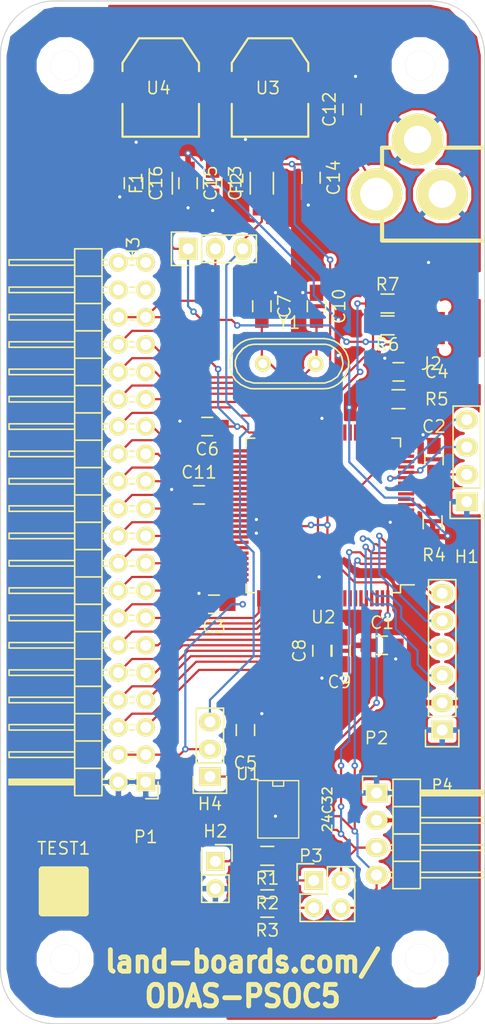
<source format=kicad_pcb>
(kicad_pcb (version 4) (host pcbnew 4.0.1-stable)
  (layers (0 F.Cu signal hide) (31 B.Cu signal) (34 B.Paste user) (36 B.SilkS user) (37 F.SilkS user) (38 B.Mask user) (39 F.Mask user) (44 Edge.Cuts user))
  (net 0 "")
  (net 1 GND)
  (net 2 +5V)
  (net 3 +3V3)
  (net 4 /IO_22)
  (net 5 /VZ0)
  (net 6 /VZ3)
  (net 7 "Net-(C8-Pad2)")
  (net 8 "Net-(C11-Pad2)")
  (net 9 /IO_23)
  (net 10 /IO_24)
  (net 11 /WR)
  (net 12 /P83)
  (net 13 /SCL)
  (net 14 /SDA)
  (net 15 /P5-4)
  (net 16 /P44)
  (net 17 /P45)
  (net 18 /P46)
  (net 19 /P47)
  (net 20 /P48)
  (net 21 /P49)
  (net 22 /P51)
  (net 23 /P52)
  (net 24 /P53)
  (net 25 /P54)
  (net 26 /P55)
  (net 27 /P56)
  (net 28 /P67)
  (net 29 /P68)
  (net 30 /P69)
  (net 31 /P70)
  (net 32 /P71)
  (net 33 /P72)
  (net 34 /P73)
  (net 35 /P74)
  (net 36 /P76)
  (net 37 /P77)
  (net 38 /P78)
  (net 39 /P79)
  (net 40 /P80)
  (net 41 /P81)
  (net 42 /P82)
  (net 43 /P85)
  (net 44 /P84)
  (net 45 "Net-(C7-Pad2)")
  (net 46 "Net-(C10-Pad2)")
  (net 47 /USB-DM)
  (net 48 /USB-DP)
  (net 49 "Net-(R6-Pad2)")
  (net 50 "Net-(R7-Pad2)")
  (net 51 /SPICE0)
  (net 52 /SPISCK)
  (net 53 /SPIMISO)
  (net 54 /SPIMOSI)
  (net 55 +3.3VP)
  (net 56 /+9V)
  (net 57 +5VP)
  (net 58 "Net-(P3-Pad1)")
  (net 59 "Net-(P3-Pad3)")
  (net 60 "Net-(FID1-Pad1)")
  (net 61 "Net-(FID2-Pad1)")
  (net 62 "Net-(J2-Pad1)")
  (net 63 "Net-(J2-Pad4)")
  (net 64 "Net-(J2-Pad7)")
  (net 65 "Net-(J2-Pad6)")
  (net 66 "Net-(MTG1-Pad1)")
  (net 67 "Net-(MTG2-Pad1)")
  (net 68 "Net-(MTG3-Pad1)")
  (net 69 "Net-(MTG4-Pad1)")
  (net 70 "Net-(P1-Pad37)")
  (net 71 "Net-(P1-Pad38)")
  (net 72 "Net-(P1-Pad39)")
  (net 73 "Net-(P1-Pad40)")
  (net 74 "Net-(DS1-Pad1)")
  (net 75 "Net-(U2-Pad11)")
  (net 76 /IO_25)
  (net 77 "Net-(U2-Pad17)")
  (net 78 "Net-(U2-Pad18)")
  (net 79 "Net-(U2-Pad19)")
  (net 80 "Net-(U2-Pad22)")
  (net 81 "Net-(U2-Pad23)")
  (net 82 "Net-(U2-Pad24)")
  (net 83 /RXD0)
  (net 84 /TXD0)
  (net 85 /IO_4)
  (net 86 /IO_5)
  (net 87 /SPICE1)
  (net 88 "Net-(U2-Pad40)")
  (net 89 "Net-(U2-Pad41)")
  (net 90 "Net-(U2-Pad57)")
  (net 91 "Net-(U2-Pad58)")
  (net 92 "Net-(U2-Pad59)")
  (net 93 "Net-(U2-Pad60)")
  (net 94 "Net-(U2-Pad61)")
  (net 95 "Net-(U2-Pad62)")
  (net 96 "Net-(U2-Pad89)")
  (net 97 "Net-(U2-Pad90)")
  (net 98 "Net-(U2-Pad91)")
  (net 99 "Net-(U2-Pad92)")
  (net 100 "Net-(U2-Pad93)")
  (net 101 "Net-(U2-Pad94)")
  (net 102 "Net-(U2-Pad1)")
  (net 103 "Net-(U2-Pad2)")
  (net 104 "Net-(U2-Pad3)")
  (net 105 "Net-(U2-Pad25)")
  (net 106 "Net-(U2-Pad27)")
  (net 107 "Net-(U2-Pad28)")
  (net 108 "Net-(U2-Pad95)")
  (net 109 "Net-(U2-Pad96)")
  (net 110 "Net-(U2-Pad97)")
  (net 111 "Net-(U2-Pad98)")
  (net 112 "Net-(U2-Pad99)")
  (module Housings_QFP:TQFP-100_14x14mm_Pitch0.5mm (layer F.Cu) (at 40.005 57.785 180)
    (fp_text reference U2 (at 0 -9.45 180) (layer F.SilkS) (effects (font (size 1.143 1.143))))
    (fp_text value CY8C5267AXI-LP051 hide)
    (pad 1 smd rect (at -7.7 -6 180) (size 1.5 0.3) (layers F.Cu F.Mask) (net 102 "Net-(U2-Pad1)"))
    (pad 2 smd rect (at -7.7 -5.5 180) (size 1.5 0.3) (layers F.Cu F.Mask) (net 103 "Net-(U2-Pad2)"))
    (pad 3 smd rect (at -7.7 -5 180) (size 1.5 0.3) (layers F.Cu F.Mask) (net 104 "Net-(U2-Pad3)"))
    (pad 4 smd rect (at -7.7 -4.5 180) (size 1.5 0.3) (layers F.Cu F.Mask) (net 13 /SCL))
    (pad 5 smd rect (at -7.7 -4 180) (size 1.5 0.3) (layers F.Cu F.Mask) (net 14 /SDA))
    (pad 6 smd rect (at -7.7 -3.5 180) (size 1.5 0.3) (layers F.Cu F.Mask) (net 51 /SPICE0))
    (pad 7 smd rect (at -7.7 -3 180) (size 1.5 0.3) (layers F.Cu F.Mask) (net 52 /SPISCK))
    (pad 8 smd rect (at -7.7 -2.5 180) (size 1.5 0.3) (layers F.Cu F.Mask) (net 53 /SPIMISO))
    (pad 9 smd rect (at -7.7 -2 180) (size 1.5 0.3) (layers F.Cu F.Mask) (net 54 /SPIMOSI))
    (pad 10 smd rect (at -7.7 -1.5 180) (size 1.5 0.3) (layers F.Cu F.Mask) (net 1 GND))
    (pad 11 smd rect (at -7.7 -1 180) (size 1.5 0.3) (layers F.Cu F.Mask) (net 75 "Net-(U2-Pad11)"))
    (pad 12 smd rect (at -7.7 -0.5 180) (size 1.5 0.3) (layers F.Cu F.Mask) (net 1 GND))
    (pad 13 smd rect (at -7.7 0 180) (size 1.5 0.3) (layers F.Cu F.Mask) (net 1 GND))
    (pad 14 smd rect (at -7.7 0.5 180) (size 1.5 0.3) (layers F.Cu F.Mask) (net 1 GND))
    (pad 15 smd rect (at -7.7 1 180) (size 1.5 0.3) (layers F.Cu F.Mask) (net 4 /IO_22))
    (pad 16 smd rect (at -7.7 1.5 180) (size 1.5 0.3) (layers F.Cu F.Mask) (net 76 /IO_25))
    (pad 17 smd rect (at -7.7 2 180) (size 1.5 0.3) (layers F.Cu F.Mask) (net 77 "Net-(U2-Pad17)"))
    (pad 18 smd rect (at -7.7 2.5 180) (size 1.5 0.3) (layers F.Cu F.Mask) (net 78 "Net-(U2-Pad18)"))
    (pad 19 smd rect (at -7.7 3 180) (size 1.5 0.3) (layers F.Cu F.Mask) (net 79 "Net-(U2-Pad19)"))
    (pad 20 smd rect (at -7.7 3.5 180) (size 1.5 0.3) (layers F.Cu F.Mask) (net 10 /IO_24))
    (pad 21 smd rect (at -7.7 4 180) (size 1.5 0.3) (layers F.Cu F.Mask) (net 9 /IO_23))
    (pad 22 smd rect (at -7.7 4.5 180) (size 1.5 0.3) (layers F.Cu F.Mask) (net 80 "Net-(U2-Pad22)"))
    (pad 23 smd rect (at -7.7 5 180) (size 1.5 0.3) (layers F.Cu F.Mask) (net 81 "Net-(U2-Pad23)"))
    (pad 24 smd rect (at -7.7 5.5 180) (size 1.5 0.3) (layers F.Cu F.Mask) (net 82 "Net-(U2-Pad24)"))
    (pad 25 smd rect (at -7.7 6 180) (size 1.5 0.3) (layers F.Cu F.Mask) (net 105 "Net-(U2-Pad25)"))
    (pad 26 smd rect (at -6 7.7 270) (size 1.5 0.3) (layers F.Cu F.Mask) (net 55 +3.3VP))
    (pad 27 smd rect (at -5.5 7.7 270) (size 1.5 0.3) (layers F.Cu F.Mask) (net 106 "Net-(U2-Pad27)"))
    (pad 28 smd rect (at -5 7.7 270) (size 1.5 0.3) (layers F.Cu F.Mask) (net 107 "Net-(U2-Pad28)"))
    (pad 29 smd rect (at -4.5 7.7 270) (size 1.5 0.3) (layers F.Cu F.Mask) (net 83 /RXD0))
    (pad 30 smd rect (at -4 7.7 270) (size 1.5 0.3) (layers F.Cu F.Mask) (net 84 /TXD0))
    (pad 31 smd rect (at -3.5 7.7 270) (size 1.5 0.3) (layers F.Cu F.Mask) (net 15 /P5-4))
    (pad 32 smd rect (at -3 7.7 270) (size 1.5 0.3) (layers F.Cu F.Mask) (net 85 /IO_4))
    (pad 33 smd rect (at -2.5 7.7 270) (size 1.5 0.3) (layers F.Cu F.Mask) (net 86 /IO_5))
    (pad 34 smd rect (at -2 7.7 270) (size 1.5 0.3) (layers F.Cu F.Mask) (net 87 /SPICE1))
    (pad 35 smd rect (at -1.5 7.7 270) (size 1.5 0.3) (layers F.Cu F.Mask) (net 50 "Net-(R7-Pad2)"))
    (pad 36 smd rect (at -1 7.7 270) (size 1.5 0.3) (layers F.Cu F.Mask) (net 49 "Net-(R6-Pad2)"))
    (pad 37 smd rect (at -0.5 7.7 270) (size 1.5 0.3) (layers F.Cu F.Mask) (net 2 +5V))
    (pad 38 smd rect (at 0 7.7 270) (size 1.5 0.3) (layers F.Cu F.Mask) (net 1 GND))
    (pad 39 smd rect (at 0.5 7.7 270) (size 1.5 0.3) (layers F.Cu F.Mask) (net 7 "Net-(C8-Pad2)"))
    (pad 40 smd rect (at 1 7.7 270) (size 1.5 0.3) (layers F.Cu F.Mask) (net 88 "Net-(U2-Pad40)"))
    (pad 41 smd rect (at 1.5 7.7 270) (size 1.5 0.3) (layers F.Cu F.Mask) (net 89 "Net-(U2-Pad41)"))
    (pad 42 smd rect (at 2 7.7 270) (size 1.5 0.3) (layers F.Cu F.Mask) (net 46 "Net-(C10-Pad2)"))
    (pad 43 smd rect (at 2.5 7.7 270) (size 1.5 0.3) (layers F.Cu F.Mask) (net 45 "Net-(C7-Pad2)"))
    (pad 44 smd rect (at 3 7.7 270) (size 1.5 0.3) (layers F.Cu F.Mask) (net 16 /P44))
    (pad 45 smd rect (at 3.5 7.7 270) (size 1.5 0.3) (layers F.Cu F.Mask) (net 17 /P45))
    (pad 46 smd rect (at 4 7.7 270) (size 1.5 0.3) (layers F.Cu F.Mask) (net 18 /P46))
    (pad 47 smd rect (at 4.5 7.7 270) (size 1.5 0.3) (layers F.Cu F.Mask) (net 19 /P47))
    (pad 48 smd rect (at 5 7.7 270) (size 1.5 0.3) (layers F.Cu F.Mask) (net 20 /P48))
    (pad 49 smd rect (at 5.5 7.7 270) (size 1.5 0.3) (layers F.Cu F.Mask) (net 21 /P49))
    (pad 50 smd rect (at 6 7.7 270) (size 1.5 0.3) (layers F.Cu F.Mask) (net 6 /VZ3))
    (pad 51 smd rect (at 7.7 6 180) (size 1.5 0.3) (layers F.Cu F.Mask) (net 22 /P51))
    (pad 52 smd rect (at 7.7 5.5 180) (size 1.5 0.3) (layers F.Cu F.Mask) (net 23 /P52))
    (pad 53 smd rect (at 7.7 5 180) (size 1.5 0.3) (layers F.Cu F.Mask) (net 24 /P53))
    (pad 54 smd rect (at 7.7 4.5 180) (size 1.5 0.3) (layers F.Cu F.Mask) (net 25 /P54))
    (pad 55 smd rect (at 7.7 4 180) (size 1.5 0.3) (layers F.Cu F.Mask) (net 26 /P55))
    (pad 56 smd rect (at 7.7 3.5 180) (size 1.5 0.3) (layers F.Cu F.Mask) (net 27 /P56))
    (pad 57 smd rect (at 7.7 3 180) (size 1.5 0.3) (layers F.Cu F.Mask) (net 90 "Net-(U2-Pad57)"))
    (pad 58 smd rect (at 7.7 2.5 180) (size 1.5 0.3) (layers F.Cu F.Mask) (net 91 "Net-(U2-Pad58)"))
    (pad 59 smd rect (at 7.7 2 180) (size 1.5 0.3) (layers F.Cu F.Mask) (net 92 "Net-(U2-Pad59)"))
    (pad 60 smd rect (at 7.7 1.5 180) (size 1.5 0.3) (layers F.Cu F.Mask) (net 93 "Net-(U2-Pad60)"))
    (pad 61 smd rect (at 7.7 1 180) (size 1.5 0.3) (layers F.Cu F.Mask) (net 94 "Net-(U2-Pad61)"))
    (pad 62 smd rect (at 7.7 0.5 180) (size 1.5 0.3) (layers F.Cu F.Mask) (net 95 "Net-(U2-Pad62)"))
    (pad 63 smd rect (at 7.7 0 180) (size 1.5 0.3) (layers F.Cu F.Mask) (net 8 "Net-(C11-Pad2)"))
    (pad 64 smd rect (at 7.7 -0.5 180) (size 1.5 0.3) (layers F.Cu F.Mask) (net 1 GND))
    (pad 65 smd rect (at 7.7 -1 180) (size 1.5 0.3) (layers F.Cu F.Mask) (net 2 +5V))
    (pad 66 smd rect (at 7.7 -1.5 180) (size 1.5 0.3) (layers F.Cu F.Mask) (net 1 GND))
    (pad 67 smd rect (at 7.7 -2 180) (size 1.5 0.3) (layers F.Cu F.Mask) (net 28 /P67))
    (pad 68 smd rect (at 7.7 -2.5 180) (size 1.5 0.3) (layers F.Cu F.Mask) (net 29 /P68))
    (pad 69 smd rect (at 7.7 -3 180) (size 1.5 0.3) (layers F.Cu F.Mask) (net 30 /P69))
    (pad 70 smd rect (at 7.7 -3.5 180) (size 1.5 0.3) (layers F.Cu F.Mask) (net 31 /P70))
    (pad 71 smd rect (at 7.7 -4 180) (size 1.5 0.3) (layers F.Cu F.Mask) (net 32 /P71))
    (pad 72 smd rect (at 7.7 -4.5 180) (size 1.5 0.3) (layers F.Cu F.Mask) (net 33 /P72))
    (pad 73 smd rect (at 7.7 -5 180) (size 1.5 0.3) (layers F.Cu F.Mask) (net 34 /P73))
    (pad 74 smd rect (at 7.7 -5.5 180) (size 1.5 0.3) (layers F.Cu F.Mask) (net 35 /P74))
    (pad 75 smd rect (at 7.7 -6 180) (size 1.5 0.3) (layers F.Cu F.Mask) (net 5 /VZ0))
    (pad 76 smd rect (at 6 -7.7 270) (size 1.5 0.3) (layers F.Cu F.Mask) (net 36 /P76))
    (pad 77 smd rect (at 5.5 -7.7 270) (size 1.5 0.3) (layers F.Cu F.Mask) (net 37 /P77))
    (pad 78 smd rect (at 5 -7.7 270) (size 1.5 0.3) (layers F.Cu F.Mask) (net 38 /P78))
    (pad 79 smd rect (at 4.5 -7.7 270) (size 1.5 0.3) (layers F.Cu F.Mask) (net 39 /P79))
    (pad 80 smd rect (at 4 -7.7 270) (size 1.5 0.3) (layers F.Cu F.Mask) (net 40 /P80))
    (pad 81 smd rect (at 3.5 -7.7 270) (size 1.5 0.3) (layers F.Cu F.Mask) (net 41 /P81))
    (pad 82 smd rect (at 3 -7.7 270) (size 1.5 0.3) (layers F.Cu F.Mask) (net 42 /P82))
    (pad 83 smd rect (at 2.5 -7.7 270) (size 1.5 0.3) (layers F.Cu F.Mask) (net 12 /P83))
    (pad 84 smd rect (at 2 -7.7 270) (size 1.5 0.3) (layers F.Cu F.Mask) (net 44 /P84))
    (pad 85 smd rect (at 1.5 -7.7 270) (size 1.5 0.3) (layers F.Cu F.Mask) (net 43 /P85))
    (pad 86 smd rect (at 1 -7.7 270) (size 1.5 0.3) (layers F.Cu F.Mask) (net 7 "Net-(C8-Pad2)"))
    (pad 87 smd rect (at 0.5 -7.7 270) (size 1.5 0.3) (layers F.Cu F.Mask) (net 1 GND))
    (pad 88 smd rect (at 0 -7.7 270) (size 1.5 0.3) (layers F.Cu F.Mask) (net 2 +5V))
    (pad 89 smd rect (at -0.5 -7.7 270) (size 1.5 0.3) (layers F.Cu F.Mask) (net 96 "Net-(U2-Pad89)"))
    (pad 90 smd rect (at -1 -7.7 270) (size 1.5 0.3) (layers F.Cu F.Mask) (net 97 "Net-(U2-Pad90)"))
    (pad 91 smd rect (at -1.5 -7.7 270) (size 1.5 0.3) (layers F.Cu F.Mask) (net 98 "Net-(U2-Pad91)"))
    (pad 92 smd rect (at -2 -7.7 270) (size 1.5 0.3) (layers F.Cu F.Mask) (net 99 "Net-(U2-Pad92)"))
    (pad 93 smd rect (at -2.5 -7.7 270) (size 1.5 0.3) (layers F.Cu F.Mask) (net 100 "Net-(U2-Pad93)"))
    (pad 94 smd rect (at -3 -7.7 270) (size 1.5 0.3) (layers F.Cu F.Mask) (net 101 "Net-(U2-Pad94)"))
    (pad 95 smd rect (at -3.5 -7.7 270) (size 1.5 0.3) (layers F.Cu F.Mask) (net 108 "Net-(U2-Pad95)"))
    (pad 96 smd rect (at -4 -7.7 270) (size 1.5 0.3) (layers F.Cu F.Mask) (net 109 "Net-(U2-Pad96)"))
    (pad 97 smd rect (at -4.5 -7.7 270) (size 1.5 0.3) (layers F.Cu F.Mask) (net 110 "Net-(U2-Pad97)"))
    (pad 98 smd rect (at -5 -7.7 270) (size 1.5 0.3) (layers F.Cu F.Mask) (net 111 "Net-(U2-Pad98)"))
    (pad 99 smd rect (at -5.5 -7.7 270) (size 1.5 0.3) (layers F.Cu F.Mask) (net 112 "Net-(U2-Pad99)"))
    (pad 100 smd rect (at -6 -7.7 270) (size 1.5 0.3) (layers F.Cu F.Mask) (net 55 +3.3VP))
  )
  (module Capacitors_SMD:C_0805_HandSoldering (layer F.Cu) (at 45.466 69.85)
    (fp_text reference C1 (at 0 -2.1) (layer F.SilkS) (effects (font (size 1.143 1.143))))
    (fp_text value 0.1uF hide)
    (pad 1 smd rect (at -1.25 0) (size 1.5 1.25) (layers F.Cu F.Mask) (net 3 +3V3))
    (pad 2 smd rect (at 1.25 0) (size 1.5 1.25) (layers F.Cu F.Mask) (net 1 GND))
  )
  (module Capacitors_SMD:C_0805_HandSoldering (layer F.Cu) (at 50.292 52.578 90)
    (fp_text reference C2 (at 3.048 0 180) (layer F.SilkS) (effects (font (size 1.143 1.143))))
    (fp_text value 0.1uF hide)
    (pad 1 smd rect (at -1.25 0 90) (size 1.5 1.25) (layers F.Cu F.Mask) (net 4 /IO_22))
    (pad 2 smd rect (at 1.25 0 90) (size 1.5 1.25) (layers F.Cu F.Mask) (net 1 GND))
  )
  (module Capacitors_SMD:C_0805_HandSoldering (layer F.Cu) (at 29.845 66.04 180)
    (fp_text reference C3 (at 0 -2.1 180) (layer F.SilkS) (effects (font (size 1.143 1.143))))
    (fp_text value 0.1uF hide)
    (pad 1 smd rect (at -1.25 0 180) (size 1.5 1.25) (layers F.Cu F.Mask) (net 5 /VZ0))
    (pad 2 smd rect (at 1.25 0 180) (size 1.5 1.25) (layers F.Cu F.Mask) (net 1 GND))
  )
  (module Capacitors_SMD:C_0805_HandSoldering (layer F.Cu) (at 46.99 44.45 180)
    (fp_text reference C4 (at -3.556 0 180) (layer F.SilkS) (effects (font (size 1.143 1.143))))
    (fp_text value 0.1uF hide)
    (pad 1 smd rect (at -1.25 0 180) (size 1.5 1.25) (layers F.Cu F.Mask) (net 55 +3.3VP))
    (pad 2 smd rect (at 1.25 0 180) (size 1.5 1.25) (layers F.Cu F.Mask) (net 1 GND))
  )
  (module Capacitors_SMD:C_0805_HandSoldering (layer F.Cu) (at 32.766 77.724 90)
    (fp_text reference C5 (at -3.048 0 180) (layer F.SilkS) (effects (font (size 1.143 1.143))))
    (fp_text value 0.1uF hide)
    (pad 1 smd rect (at -1.25 0 90) (size 1.5 1.25) (layers F.Cu F.Mask) (net 55 +3.3VP))
    (pad 2 smd rect (at 1.25 0 90) (size 1.5 1.25) (layers F.Cu F.Mask) (net 1 GND))
  )
  (module Capacitors_SMD:C_0805_HandSoldering (layer F.Cu) (at 29.21 49.53 180)
    (fp_text reference C6 (at 0 -2.1 180) (layer F.SilkS) (effects (font (size 1.143 1.143))))
    (fp_text value 0.1uF hide)
    (pad 1 smd rect (at -1.25 0 180) (size 1.5 1.25) (layers F.Cu F.Mask) (net 6 /VZ3))
    (pad 2 smd rect (at 1.25 0 180) (size 1.5 1.25) (layers F.Cu F.Mask) (net 1 GND))
  )
  (module Capacitors_SMD:C_0805_HandSoldering (layer F.Cu) (at 39.878 70.358 90)
    (fp_text reference C8 (at 0 -2.1 90) (layer F.SilkS) (effects (font (size 1.143 1.143))))
    (fp_text value 1uF hide)
    (pad 1 smd rect (at -1.25 0 90) (size 1.5 1.25) (layers F.Cu F.Mask) (net 1 GND))
    (pad 2 smd rect (at 1.25 0 90) (size 1.5 1.25) (layers F.Cu F.Mask) (net 7 "Net-(C8-Pad2)"))
  )
  (module Capacitors_SMD:C_0805_HandSoldering (layer F.Cu) (at 41.656 70.358 90)
    (fp_text reference C9 (at -2.894 -0.152 180) (layer F.SilkS) (effects (font (size 1.143 1.143))))
    (fp_text value 0.1uF hide)
    (pad 1 smd rect (at -1.25 0 90) (size 1.5 1.25) (layers F.Cu F.Mask) (net 1 GND))
    (pad 2 smd rect (at 1.25 0 90) (size 1.5 1.25) (layers F.Cu F.Mask) (net 2 +5V))
  )
  (module Capacitors_SMD:C_0805_HandSoldering (layer F.Cu) (at 28.448 55.88)
    (fp_text reference C11 (at 0 -2.1) (layer F.SilkS) (effects (font (size 1.143 1.143))))
    (fp_text value 1uF hide)
    (pad 1 smd rect (at -1.25 0) (size 1.5 1.25) (layers F.Cu F.Mask) (net 1 GND))
    (pad 2 smd rect (at 1.25 0) (size 1.5 1.25) (layers F.Cu F.Mask) (net 8 "Net-(C11-Pad2)"))
  )
  (module Resistors_SMD:R_1206_HandSoldering (layer F.Cu) (at 24.892 26.924 90)
    (fp_text reference F1 (at 0 -2.3 90) (layer F.SilkS) (effects (font (size 1.143 1.143))))
    (fp_text value FUSE hide)
    (pad 1 smd rect (at -2 0 90) (size 2 1.7) (layers F.Cu F.Mask) (net 55 +3.3VP))
    (pad 2 smd rect (at 2 0 90) (size 2 1.7) (layers F.Cu F.Mask) (net 3 +3V3))
  )
  (module Resistors_SMD:R_1206_HandSoldering (layer F.Cu) (at 34.29 26.924 90)
    (fp_text reference F2 (at 0 -2.3 90) (layer F.SilkS) (effects (font (size 1.143 1.143))))
    (fp_text value FUSE hide)
    (pad 1 smd rect (at -2 0 90) (size 2 1.7) (layers F.Cu F.Mask) (net 57 +5VP))
    (pad 2 smd rect (at 2 0 90) (size 2 1.7) (layers F.Cu F.Mask) (net 2 +5V))
  )
  (module dougsLib:FIDUCIAL (layer F.Cu) (at 44.958 12.192)
    (fp_text reference FID1 hide)
    (fp_text value CONN_1 hide)
    (pad 1 smd circle (at 0 0) (size 1 1) (layers F.Cu F.Mask) (net 60 "Net-(FID1-Pad1)") (clearance 1))
  )
  (module dougsLib:FIDUCIAL (layer F.Cu) (at 20.066 96.012)
    (fp_text reference FID2 hide)
    (fp_text value CONN_1 hide)
    (pad 1 smd circle (at 0 0) (size 1 1) (layers F.Cu F.Mask) (net 61 "Net-(FID2-Pad1)") (clearance 1))
  )
  (module Pin_Headers:Pin_Header_Straight_1x04 (layer F.Cu) (at 53.34 56.515 180)
    (fp_text reference H1 (at 0 -5.1 180) (layer F.SilkS) (effects (font (size 1.143 1.143))))
    (fp_text value CONN_01X04 hide)
    (pad 1 thru_hole rect (at 0 0 180) (size 2.032 1.7272) (drill 1.016) (layers *.Cu *.Mask F.SilkS) (net 1 GND))
    (pad 2 thru_hole oval (at 0 2.54 180) (size 2.032 1.7272) (drill 1.016) (layers *.Cu *.Mask F.SilkS) (net 4 /IO_22))
    (pad 3 thru_hole oval (at 0 5.08 180) (size 2.032 1.7272) (drill 1.016) (layers *.Cu *.Mask F.SilkS) (net 9 /IO_23))
    (pad 4 thru_hole oval (at 0 7.62 180) (size 2.032 1.7272) (drill 1.016) (layers *.Cu *.Mask F.SilkS) (net 10 /IO_24))
  )
  (module Pin_Headers:Pin_Header_Straight_2x01 (layer F.Cu) (at 29.972 89.916 270)
    (fp_text reference H2 (at -2.794 0 360) (layer F.SilkS) (effects (font (size 1.143 1.143))))
    (fp_text value CONN_2 hide)
    (pad 1 thru_hole rect (at 0 0 270) (size 1.7272 1.7272) (drill 1.016) (layers *.Cu *.Mask F.SilkS) (net 11 /WR))
    (pad 2 thru_hole oval (at 2.54 0 270) (size 1.7272 1.7272) (drill 1.016) (layers *.Cu *.Mask F.SilkS) (net 1 GND))
  )
  (module Pin_Headers:Pin_Header_Straight_1x03 (layer F.Cu) (at 27.432 33.02 90)
    (fp_text reference H3 (at 0 -5.1 90) (layer F.SilkS) (effects (font (size 1.143 1.143))))
    (fp_text value CONN_01X03 hide)
    (pad 1 thru_hole rect (at 0 0 90) (size 2.032 1.7272) (drill 1.016) (layers *.Cu *.Mask F.SilkS) (net 55 +3.3VP))
    (pad 2 thru_hole oval (at 0 2.54 90) (size 2.032 1.7272) (drill 1.016) (layers *.Cu *.Mask F.SilkS) (net 6 /VZ3))
    (pad 3 thru_hole oval (at 0 5.08 90) (size 2.032 1.7272) (drill 1.016) (layers *.Cu *.Mask F.SilkS) (net 57 +5VP))
  )
  (module Pin_Headers:Pin_Header_Straight_1x03 (layer F.Cu) (at 29.464 82.042 180)
    (fp_text reference H4 (at 0 -2.54 180) (layer F.SilkS) (effects (font (size 1.143 1.143))))
    (fp_text value CONN_01X03 hide)
    (pad 1 thru_hole rect (at 0 0 180) (size 2.032 1.7272) (drill 1.016) (layers *.Cu *.Mask F.SilkS) (net 55 +3.3VP))
    (pad 2 thru_hole oval (at 0 2.54 180) (size 2.032 1.7272) (drill 1.016) (layers *.Cu *.Mask F.SilkS) (net 5 /VZ0))
    (pad 3 thru_hole oval (at 0 5.08 180) (size 2.032 1.7272) (drill 1.016) (layers *.Cu *.Mask F.SilkS) (net 57 +5VP))
  )
  (module dougsLib:MTG-2.75MM (layer F.Cu) (at 16 16)
    (fp_text reference MTG1 hide)
    (fp_text value CONN_1 hide)
    (pad 1 thru_hole circle (at 0 0) (size 2.75 2.75) (drill 2.75) (layers *.Cu *.Mask F.SilkS) (net 66 "Net-(MTG1-Pad1)"))
  )
  (module dougsLib:MTG-2.75MM (layer F.Cu) (at 49 16)
    (fp_text reference MTG2 hide)
    (fp_text value CONN_1 hide)
    (pad 1 thru_hole circle (at 0 0) (size 2.75 2.75) (drill 2.75) (layers *.Cu *.Mask F.SilkS) (net 67 "Net-(MTG2-Pad1)"))
  )
  (module dougsLib:MTG-2.75MM (layer F.Cu) (at 16 99)
    (fp_text reference MTG3 hide)
    (fp_text value CONN_1 hide)
    (pad 1 thru_hole circle (at 0 0) (size 2.75 2.75) (drill 2.75) (layers *.Cu *.Mask F.SilkS) (net 68 "Net-(MTG3-Pad1)"))
  )
  (module dougsLib:MTG-2.75MM (layer F.Cu) (at 49 99)
    (fp_text reference MTG4 hide)
    (fp_text value CONN_1 hide)
    (pad 1 thru_hole circle (at 0 0) (size 2.75 2.75) (drill 2.75) (layers *.Cu *.Mask F.SilkS) (net 69 "Net-(MTG4-Pad1)"))
  )
  (module Resistors_SMD:R_0805_HandSoldering (layer F.Cu) (at 34.798 89.408 180)
    (fp_text reference R1 (at 0 -2.1 180) (layer F.SilkS) (effects (font (size 1.143 1.143))))
    (fp_text value 1K hide)
    (pad 1 smd rect (at -1.35 0 180) (size 1.5 1.3) (layers F.Cu F.Mask) (net 3 +3V3))
    (pad 2 smd rect (at 1.35 0 180) (size 1.5 1.3) (layers F.Cu F.Mask) (net 11 /WR))
  )
  (module Resistors_SMD:R_0805_HandSoldering (layer F.Cu) (at 34.798 91.694 180)
    (fp_text reference R2 (at 0 -2.1 180) (layer F.SilkS) (effects (font (size 1.143 1.143))))
    (fp_text value 3.9K hide)
    (pad 1 smd rect (at -1.35 0 180) (size 1.5 1.3) (layers F.Cu F.Mask) (net 58 "Net-(P3-Pad1)"))
    (pad 2 smd rect (at 1.35 0 180) (size 1.5 1.3) (layers F.Cu F.Mask) (net 3 +3V3))
  )
  (module Resistors_SMD:R_0805_HandSoldering (layer F.Cu) (at 34.798 94.234 180)
    (fp_text reference R3 (at 0 -2.1 180) (layer F.SilkS) (effects (font (size 1.143 1.143))))
    (fp_text value 3.9K hide)
    (pad 1 smd rect (at -1.35 0 180) (size 1.5 1.3) (layers F.Cu F.Mask) (net 59 "Net-(P3-Pad3)"))
    (pad 2 smd rect (at 1.35 0 180) (size 1.5 1.3) (layers F.Cu F.Mask) (net 3 +3V3))
  )
  (module Resistors_SMD:R_0805_HandSoldering (layer F.Cu) (at 50.165 58.42 270)
    (fp_text reference R4 (at 3.048 -0.127 360) (layer F.SilkS) (effects (font (size 1.143 1.143))))
    (fp_text value 3.9K hide)
    (pad 1 smd rect (at -1.35 0 270) (size 1.5 1.3) (layers F.Cu F.Mask) (net 4 /IO_22))
    (pad 2 smd rect (at 1.35 0 270) (size 1.5 1.3) (layers F.Cu F.Mask) (net 3 +3V3))
  )
  (module Resistors_SMD:R_0805_HandSoldering (layer F.Cu) (at 46.99 46.99)
    (fp_text reference R5 (at 3.556 0) (layer F.SilkS) (effects (font (size 1.143 1.143))))
    (fp_text value 120 hide)
    (pad 1 smd rect (at -1.35 0) (size 1.5 1.3) (layers F.Cu F.Mask) (net 15 /P5-4))
    (pad 2 smd rect (at 1.35 0) (size 1.5 1.3) (layers F.Cu F.Mask) (net 74 "Net-(DS1-Pad1)"))
  )
  (module REV_BLOCK (layer F.Cu) (at 15.875 92.71)
    (fp_text reference TEST1 (at 0 -4) (layer F.SilkS) (effects (font (size 1.143 1.143))))
    (fp_text value COUPON hide)
  )
  (module dougsLib:SO8E-wider (layer F.Cu) (at 35.814 85.09 270)
    (fp_text reference U1 (at -3.302 2.794 360) (layer F.SilkS) (effects (font (size 1.143 1.143))))
    (fp_text value 24C32 (at 0 -4.572 270) (layer F.SilkS) (effects (font (size 0.889 0.889) (thickness 0.1524))))
    (pad 8 smd rect (at -1.905 -2.794 270) (size 0.59944 1.651) (layers F.Cu F.Mask) (net 3 +3V3))
    (pad 1 smd rect (at -1.905 2.794 270) (size 0.59944 1.651) (layers F.Cu F.Mask) (net 1 GND))
    (pad 7 smd rect (at -0.635 -2.794 270) (size 0.59944 1.651) (layers F.Cu F.Mask) (net 11 /WR))
    (pad 6 smd rect (at 0.635 -2.794 270) (size 0.59944 1.651) (layers F.Cu F.Mask) (net 13 /SCL))
    (pad 5 smd rect (at 1.905 -2.794 270) (size 0.59944 1.651) (layers F.Cu F.Mask) (net 14 /SDA))
    (pad 2 smd rect (at -0.635 2.794 270) (size 0.59944 1.651) (layers F.Cu F.Mask) (net 1 GND))
    (pad 3 smd rect (at 0.635 2.794 270) (size 0.59944 1.651) (layers F.Cu F.Mask) (net 1 GND))
    (pad 4 smd rect (at 1.905 2.794 270) (size 0.59944 1.651) (layers F.Cu F.Mask) (net 1 GND))
  )
  (module dougsLib:JACK_3.5MM (layer F.Cu) (at 51.054 27.94 180)
    (fp_text reference J1 hide)
    (fp_text value DCJ0202 hide)
    (pad 2 thru_hole circle (at 0 0 180) (size 4.8006 4.8006) (drill 2.54) (layers *.Cu *.Mask F.SilkS) (net 1 GND))
    (pad 1 thru_hole circle (at 6.096 0 180) (size 4.8006 4.8006) (drill 3.048) (layers *.Cu *.Mask F.SilkS) (net 56 /+9V))
    (pad 3 thru_hole circle (at 2.286 5.08 180) (size 4.8006 4.8006) (drill 2.54) (layers *.Cu *.Mask F.SilkS) (net 1 GND))
  )
  (module dougsLib:SOT223 (layer F.Cu) (at 35.052 18.034)
    (fp_text reference U3 (at -0.2032 0.0508) (layer F.SilkS) (effects (font (size 1.143 1.143))))
    (fp_text value AP1117 hide)
    (pad 4 smd rect (at 0 -3.302) (size 3.6576 2.032) (layers F.Cu F.Mask))
    (pad 2 smd rect (at 0 3.302) (size 1.016 2.032) (layers F.Cu F.Mask) (net 2 +5V))
    (pad 3 smd rect (at 2.286 3.302) (size 1.016 2.032) (layers F.Cu F.Mask) (net 56 /+9V))
    (pad 1 smd rect (at -2.286 3.302) (size 1.016 2.032) (layers F.Cu F.Mask) (net 1 GND))
  )
  (module dougsLib:SOT223 (layer F.Cu) (at 24.892 18.034)
    (fp_text reference U4 (at -0.2032 0.0508) (layer F.SilkS) (effects (font (size 1.143 1.143))))
    (fp_text value AP1117 hide)
    (pad 4 smd rect (at 0 -3.302) (size 3.6576 2.032) (layers F.Cu F.Mask))
    (pad 2 smd rect (at 0 3.302) (size 1.016 2.032) (layers F.Cu F.Mask) (net 3 +3V3))
    (pad 3 smd rect (at 2.286 3.302) (size 1.016 2.032) (layers F.Cu F.Mask) (net 2 +5V))
    (pad 1 smd rect (at -2.286 3.302) (size 1.016 2.032) (layers F.Cu F.Mask) (net 1 GND))
  )
  (module Pin_Headers:Pin_Header_Angled_2x20 (layer F.Cu) (at 23.495 82.55 180)
    (fp_text reference P1 (at 0 -5.1 180) (layer F.SilkS) (effects (font (size 1.143 1.143))))
    (fp_text value CONN_01X40 hide)
    (pad 1 thru_hole rect (at 0 0 180) (size 1.7272 1.7272) (drill 1.016) (layers *.Cu *.Mask F.SilkS) (net 1 GND))
    (pad 2 thru_hole oval (at 2.54 0 180) (size 1.7272 1.7272) (drill 1.016) (layers *.Cu *.Mask F.SilkS) (net 1 GND))
    (pad 3 thru_hole oval (at 0 2.54 180) (size 1.7272 1.7272) (drill 1.016) (layers *.Cu *.Mask F.SilkS) (net 5 /VZ0))
    (pad 4 thru_hole oval (at 2.54 2.54 180) (size 1.7272 1.7272) (drill 1.016) (layers *.Cu *.Mask F.SilkS) (net 5 /VZ0))
    (pad 5 thru_hole oval (at 0 5.08 180) (size 1.7272 1.7272) (drill 1.016) (layers *.Cu *.Mask F.SilkS) (net 43 /P85))
    (pad 6 thru_hole oval (at 2.54 5.08 180) (size 1.7272 1.7272) (drill 1.016) (layers *.Cu *.Mask F.SilkS) (net 44 /P84))
    (pad 7 thru_hole oval (at 0 7.62 180) (size 1.7272 1.7272) (drill 1.016) (layers *.Cu *.Mask F.SilkS) (net 12 /P83))
    (pad 8 thru_hole oval (at 2.54 7.62 180) (size 1.7272 1.7272) (drill 1.016) (layers *.Cu *.Mask F.SilkS) (net 42 /P82))
    (pad 9 thru_hole oval (at 0 10.16 180) (size 1.7272 1.7272) (drill 1.016) (layers *.Cu *.Mask F.SilkS) (net 41 /P81))
    (pad 10 thru_hole oval (at 2.54 10.16 180) (size 1.7272 1.7272) (drill 1.016) (layers *.Cu *.Mask F.SilkS) (net 40 /P80))
    (pad 11 thru_hole oval (at 0 12.7 180) (size 1.7272 1.7272) (drill 1.016) (layers *.Cu *.Mask F.SilkS) (net 39 /P79))
    (pad 12 thru_hole oval (at 2.54 12.7 180) (size 1.7272 1.7272) (drill 1.016) (layers *.Cu *.Mask F.SilkS) (net 38 /P78))
    (pad 13 thru_hole oval (at 0 15.24 180) (size 1.7272 1.7272) (drill 1.016) (layers *.Cu *.Mask F.SilkS) (net 37 /P77))
    (pad 14 thru_hole oval (at 2.54 15.24 180) (size 1.7272 1.7272) (drill 1.016) (layers *.Cu *.Mask F.SilkS) (net 36 /P76))
    (pad 15 thru_hole oval (at 0 17.78 180) (size 1.7272 1.7272) (drill 1.016) (layers *.Cu *.Mask F.SilkS) (net 35 /P74))
    (pad 16 thru_hole oval (at 2.54 17.78 180) (size 1.7272 1.7272) (drill 1.016) (layers *.Cu *.Mask F.SilkS) (net 34 /P73))
    (pad 17 thru_hole oval (at 0 20.32 180) (size 1.7272 1.7272) (drill 1.016) (layers *.Cu *.Mask F.SilkS) (net 33 /P72))
    (pad 18 thru_hole oval (at 2.54 20.32 180) (size 1.7272 1.7272) (drill 1.016) (layers *.Cu *.Mask F.SilkS) (net 32 /P71))
    (pad 19 thru_hole oval (at 0 22.86 180) (size 1.7272 1.7272) (drill 1.016) (layers *.Cu *.Mask F.SilkS) (net 31 /P70))
    (pad 20 thru_hole oval (at 2.54 22.86 180) (size 1.7272 1.7272) (drill 1.016) (layers *.Cu *.Mask F.SilkS) (net 30 /P69))
    (pad 21 thru_hole oval (at 0 25.4 180) (size 1.7272 1.7272) (drill 1.016) (layers *.Cu *.Mask F.SilkS) (net 29 /P68))
    (pad 22 thru_hole oval (at 2.54 25.4 180) (size 1.7272 1.7272) (drill 1.016) (layers *.Cu *.Mask F.SilkS) (net 28 /P67))
    (pad 23 thru_hole oval (at 0 27.94 180) (size 1.7272 1.7272) (drill 1.016) (layers *.Cu *.Mask F.SilkS) (net 27 /P56))
    (pad 24 thru_hole oval (at 2.54 27.94 180) (size 1.7272 1.7272) (drill 1.016) (layers *.Cu *.Mask F.SilkS) (net 26 /P55))
    (pad 25 thru_hole oval (at 0 30.48 180) (size 1.7272 1.7272) (drill 1.016) (layers *.Cu *.Mask F.SilkS) (net 25 /P54))
    (pad 26 thru_hole oval (at 2.54 30.48 180) (size 1.7272 1.7272) (drill 1.016) (layers *.Cu *.Mask F.SilkS) (net 24 /P53))
    (pad 27 thru_hole oval (at 0 33.02 180) (size 1.7272 1.7272) (drill 1.016) (layers *.Cu *.Mask F.SilkS) (net 23 /P52))
    (pad 28 thru_hole oval (at 2.54 33.02 180) (size 1.7272 1.7272) (drill 1.016) (layers *.Cu *.Mask F.SilkS) (net 22 /P51))
    (pad 29 thru_hole oval (at 0 35.56 180) (size 1.7272 1.7272) (drill 1.016) (layers *.Cu *.Mask F.SilkS) (net 21 /P49))
    (pad 30 thru_hole oval (at 2.54 35.56 180) (size 1.7272 1.7272) (drill 1.016) (layers *.Cu *.Mask F.SilkS) (net 20 /P48))
    (pad 31 thru_hole oval (at 0 38.1 180) (size 1.7272 1.7272) (drill 1.016) (layers *.Cu *.Mask F.SilkS) (net 19 /P47))
    (pad 32 thru_hole oval (at 2.54 38.1 180) (size 1.7272 1.7272) (drill 1.016) (layers *.Cu *.Mask F.SilkS) (net 18 /P46))
    (pad 33 thru_hole oval (at 0 40.64 180) (size 1.7272 1.7272) (drill 1.016) (layers *.Cu *.Mask F.SilkS) (net 17 /P45))
    (pad 34 thru_hole oval (at 2.54 40.64 180) (size 1.7272 1.7272) (drill 1.016) (layers *.Cu *.Mask F.SilkS) (net 16 /P44))
    (pad 35 thru_hole oval (at 0 43.18 180) (size 1.7272 1.7272) (drill 1.016) (layers *.Cu *.Mask F.SilkS) (net 6 /VZ3))
    (pad 36 thru_hole oval (at 2.54 43.18 180) (size 1.7272 1.7272) (drill 1.016) (layers *.Cu *.Mask F.SilkS) (net 6 /VZ3))
    (pad 37 thru_hole oval (at 0 45.72 180) (size 1.7272 1.7272) (drill 1.016) (layers *.Cu *.Mask F.SilkS) (net 70 "Net-(P1-Pad37)"))
    (pad 38 thru_hole oval (at 2.54 45.72 180) (size 1.7272 1.7272) (drill 1.016) (layers *.Cu *.Mask F.SilkS) (net 71 "Net-(P1-Pad38)"))
    (pad 39 thru_hole oval (at 0 48.26 180) (size 1.7272 1.7272) (drill 1.016) (layers *.Cu *.Mask F.SilkS) (net 72 "Net-(P1-Pad39)"))
    (pad 40 thru_hole oval (at 2.54 48.26 180) (size 1.7272 1.7272) (drill 1.016) (layers *.Cu *.Mask F.SilkS) (net 73 "Net-(P1-Pad40)"))
  )
  (module Capacitors_SMD:C_0805_HandSoldering (layer F.Cu) (at 34.29 38.354 270)
    (fp_text reference C7 (at 0 -2.1 270) (layer F.SilkS) (effects (font (size 1.143 1.143))))
    (fp_text value C hide)
    (pad 1 smd rect (at -1.25 0 270) (size 1.5 1.25) (layers F.Cu F.Mask) (net 1 GND))
    (pad 2 smd rect (at 1.25 0 270) (size 1.5 1.25) (layers F.Cu F.Mask) (net 45 "Net-(C7-Pad2)"))
  )
  (module Capacitors_SMD:C_0805_HandSoldering (layer F.Cu) (at 39.37 38.354 270)
    (fp_text reference C10 (at 0 -2.1 270) (layer F.SilkS) (effects (font (size 1.143 1.143))))
    (fp_text value C hide)
    (pad 1 smd rect (at -1.25 0 270) (size 1.5 1.25) (layers F.Cu F.Mask) (net 1 GND))
    (pad 2 smd rect (at 1.25 0 270) (size 1.5 1.25) (layers F.Cu F.Mask) (net 46 "Net-(C10-Pad2)"))
  )
  (module DougsNewMods:USB_Micro-B-Wellco-SMT (layer F.Cu) (at 50.8 40.386 90)
    (fp_text reference J2 (at -3.302 -0.762 180) (layer F.SilkS) (effects (font (size 1.143 1.143))))
    (fp_text value USB-MICRO-B hide)
    (pad 1 smd rect (at -1.3 -0.4 90) (size 0.4 1.8) (layers F.Cu F.Mask) (net 62 "Net-(J2-Pad1)"))
    (pad 2 smd rect (at -0.65 -0.4 90) (size 0.4 1.8) (layers F.Cu F.Mask) (net 47 /USB-DM))
    (pad 3 smd rect (at 0 -0.4 90) (size 0.4 1.8) (layers F.Cu F.Mask) (net 48 /USB-DP))
    (pad 4 smd rect (at 0.65 -0.4 90) (size 0.4 1.8) (layers F.Cu F.Mask) (net 63 "Net-(J2-Pad4)"))
    (pad 5 smd rect (at 1.3 -0.4 90) (size 0.4 1.8) (layers F.Cu F.Mask) (net 1 GND))
    (pad "" np_thru_hole circle (at -2 0.525 180) (size 0.55 0.55) (drill 0.55) (layers *.Cu *.Mask F.SilkS))
    (pad "" np_thru_hole circle (at 2 0.525 180) (size 0.55 0.55) (drill oval 0.55) (layers *.Cu *.Mask F.SilkS))
    (pad 7 smd rect (at -3.95 2.625 180) (size 1.9 1.9) (layers F.Cu F.Mask) (net 64 "Net-(J2-Pad7)"))
    (pad 6 smd rect (at 3.95 2.625 180) (size 1.9 1.9) (layers F.Cu F.Mask) (net 65 "Net-(J2-Pad6)"))
  )
  (module Resistors_SMD:R_0805_HandSoldering (layer F.Cu) (at 45.974 40.132 180)
    (fp_text reference R6 (at 0 -1.778 180) (layer F.SilkS) (effects (font (size 1.143 1.143))))
    (fp_text value 22 hide)
    (pad 1 smd rect (at -1.35 0 180) (size 1.5 1.3) (layers F.Cu F.Mask) (net 47 /USB-DM))
    (pad 2 smd rect (at 1.35 0 180) (size 1.5 1.3) (layers F.Cu F.Mask) (net 49 "Net-(R6-Pad2)"))
  )
  (module Resistors_SMD:R_0805_HandSoldering (layer F.Cu) (at 45.974 38.1 180)
    (fp_text reference R7 (at 0 1.778 180) (layer F.SilkS) (effects (font (size 1.143 1.143))))
    (fp_text value 22 hide)
    (pad 1 smd rect (at -1.35 0 180) (size 1.5 1.3) (layers F.Cu F.Mask) (net 48 /USB-DP))
    (pad 2 smd rect (at 1.35 0 180) (size 1.5 1.3) (layers F.Cu F.Mask) (net 50 "Net-(R7-Pad2)"))
  )
  (module Crystals:Crystal_HC49-U_Vertical (layer F.Cu) (at 36.83 43.688)
    (fp_text reference Y1 (at 0 -3.81) (layer F.SilkS) (effects (font (size 1.143 1.143))))
    (fp_text value Crystal_Small hide)
    (pad 1 thru_hole circle (at -2.44094 0) (size 1.50114 1.50114) (drill 0.8001) (layers *.Cu *.Mask F.SilkS) (net 45 "Net-(C7-Pad2)"))
    (pad 2 thru_hole circle (at 2.44094 0) (size 1.50114 1.50114) (drill 0.8001) (layers *.Cu *.Mask F.SilkS) (net 46 "Net-(C10-Pad2)"))
  )
  (module Capacitors_SMD:C_0805_HandSoldering (layer F.Cu) (at 42.672 20.066 90)
    (fp_text reference C12 (at 0 -2.1 90) (layer F.SilkS) (effects (font (size 1.143 1.143))))
    (fp_text value 0.1uF hide)
    (pad 1 smd rect (at -1.25 0 90) (size 1.5 1.25) (layers F.Cu F.Mask) (net 56 /+9V))
    (pad 2 smd rect (at 1.25 0 90) (size 1.5 1.25) (layers F.Cu F.Mask) (net 1 GND))
  )
  (module Capacitors_SMD:C_0805_HandSoldering (layer F.Cu) (at 29.718 26.924 270)
    (fp_text reference C13 (at 0 -2.1 270) (layer F.SilkS) (effects (font (size 1.143 1.143))))
    (fp_text value 0.1uF hide)
    (pad 1 smd rect (at -1.25 0 270) (size 1.5 1.25) (layers F.Cu F.Mask) (net 2 +5V))
    (pad 2 smd rect (at 1.25 0 270) (size 1.5 1.25) (layers F.Cu F.Mask) (net 1 GND))
  )
  (module Capacitors_SMD:C_0805_HandSoldering (layer F.Cu) (at 38.862 26.416 270)
    (fp_text reference C14 (at 0 -2.1 270) (layer F.SilkS) (effects (font (size 1.143 1.143))))
    (fp_text value 0.1uF hide)
    (pad 1 smd rect (at -1.25 0 270) (size 1.5 1.25) (layers F.Cu F.Mask) (net 2 +5V))
    (pad 2 smd rect (at 1.25 0 270) (size 1.5 1.25) (layers F.Cu F.Mask) (net 1 GND))
  )
  (module Capacitors_SMD:C_0805_HandSoldering (layer F.Cu) (at 27.432 26.924 270)
    (fp_text reference C15 (at 0 -2.1 270) (layer F.SilkS) (effects (font (size 1.143 1.143))))
    (fp_text value 0.1uF hide)
    (pad 1 smd rect (at -1.25 0 270) (size 1.5 1.25) (layers F.Cu F.Mask) (net 3 +3V3))
    (pad 2 smd rect (at 1.25 0 270) (size 1.5 1.25) (layers F.Cu F.Mask) (net 1 GND))
  )
  (module Capacitors_SMD:C_0805_HandSoldering (layer F.Cu) (at 22.352 26.924 270)
    (fp_text reference C16 (at 0 -2.1 270) (layer F.SilkS) (effects (font (size 1.143 1.143))))
    (fp_text value 0.1uF hide)
    (pad 1 smd rect (at -1.25 0 270) (size 1.5 1.25) (layers F.Cu F.Mask) (net 3 +3V3))
    (pad 2 smd rect (at 1.25 0 270) (size 1.5 1.25) (layers F.Cu F.Mask) (net 1 GND))
  )
  (module Pin_Headers:Pin_Header_Angled_1x04 (layer F.Cu) (at 44.958 83.566)
    (fp_text reference P2 (at 0 -5.1) (layer F.SilkS) (effects (font (size 1.143 1.143))))
    (fp_text value CONN_01X04 hide)
    (pad 1 thru_hole rect (at 0 0) (size 2.032 1.7272) (drill 1.016) (layers *.Cu *.Mask F.SilkS) (net 1 GND))
    (pad 2 thru_hole oval (at 0 2.54) (size 2.032 1.7272) (drill 1.016) (layers *.Cu *.Mask F.SilkS) (net 3 +3V3))
    (pad 3 thru_hole oval (at 0 5.08) (size 2.032 1.7272) (drill 1.016) (layers *.Cu *.Mask F.SilkS) (net 14 /SDA))
    (pad 4 thru_hole oval (at 0 7.62) (size 2.032 1.7272) (drill 1.016) (layers *.Cu *.Mask F.SilkS) (net 13 /SCL))
  )
  (module Pin_Headers:Pin_Header_Straight_2x02 (layer F.Cu) (at 39.116 91.694)
    (fp_text reference P3 (at -0.254 -2.286) (layer F.SilkS) (effects (font (size 1.143 1.143))))
    (fp_text value CONN_02X02 hide)
    (pad 1 thru_hole rect (at 0 0) (size 1.7272 1.7272) (drill 1.016) (layers *.Cu *.Mask F.SilkS) (net 58 "Net-(P3-Pad1)"))
    (pad 2 thru_hole oval (at 2.54 0) (size 1.7272 1.7272) (drill 1.016) (layers *.Cu *.Mask F.SilkS) (net 14 /SDA))
    (pad 3 thru_hole oval (at 0 2.54) (size 1.7272 1.7272) (drill 1.016) (layers *.Cu *.Mask F.SilkS) (net 59 "Net-(P3-Pad3)"))
    (pad 4 thru_hole oval (at 2.54 2.54) (size 1.7272 1.7272) (drill 1.016) (layers *.Cu *.Mask F.SilkS) (net 13 /SCL))
  )
  (module Pin_Headers:Pin_Header_Straight_1x06 (layer F.Cu) (at 51.054 77.724 180)
    (fp_text reference P4 (at 0 -5.1 180) (layer F.SilkS))
    (fp_text value CONN_01X06)
    (pad 1 thru_hole rect (at 0 0 180) (size 2.032 1.7272) (drill 1.016) (layers *.Cu *.Mask F.SilkS) (net 1 GND))
    (pad 2 thru_hole oval (at 0 2.54 180) (size 2.032 1.7272) (drill 1.016) (layers *.Cu *.Mask F.SilkS) (net 3 +3V3))
    (pad 3 thru_hole oval (at 0 5.08 180) (size 2.032 1.7272) (drill 1.016) (layers *.Cu *.Mask F.SilkS) (net 51 /SPICE0))
    (pad 4 thru_hole oval (at 0 7.62 180) (size 2.032 1.7272) (drill 1.016) (layers *.Cu *.Mask F.SilkS) (net 52 /SPISCK))
    (pad 5 thru_hole oval (at 0 10.16 180) (size 2.032 1.7272) (drill 1.016) (layers *.Cu *.Mask F.SilkS) (net 53 /SPIMISO))
    (pad 6 thru_hole oval (at 0 12.7 180) (size 2.032 1.7272) (drill 1.016) (layers *.Cu *.Mask F.SilkS) (net 54 /SPIMOSI))
  )
  (gr_line (start 15 105) (end 50 105) (angle 90) (layer Edge.Cuts) (width 0.1))
  (gr_line (start 15 10) (end 50 10) (angle 90) (layer Edge.Cuts) (width 0.1))
  (gr_text "land-boards.com/\nODAS-PSOC5" (at 32.512 100.838) (layer F.SilkS) (effects (font (size 2 1.8) (thickness 0.45))))
  (gr_line (start 55 99) (end 55 15) (angle 90) (layer Edge.Cuts) (width 0.1))
  (gr_line (start 10 15) (end 10 100) (angle 90) (layer Edge.Cuts) (width 0.1))
  (gr_line (start 55 99) (end 55 100) (angle 90) (layer Edge.Cuts) (width 0.1))
  (gr_arc (start 15 100) (end 15 105) (angle 90) (layer Edge.Cuts) (width 0.1))
  (gr_arc (start 50 100) (end 55 100) (angle 90) (layer Edge.Cuts) (width 0.1))
  (gr_arc (start 50 15) (end 50 10) (angle 90) (layer Edge.Cuts) (width 0.1))
  (gr_arc (start 15 15) (end 10 15) (angle 90) (layer Edge.Cuts) (width 0.1))
  (segment (start 38.862 27.666) (end 38.862 28.702) (width 0.2032) (layer F.Cu) (net 1))
  (via (at 38.608 28.956) (size 0.61) (drill 0.3) (layers F.Cu B.Cu) (net 1))
  (segment (start 38.862 28.702) (end 38.608 28.956) (width 0.2032) (layer F.Cu) (net 1))
  (segment (start 39.505 65.485) (end 39.505 63.619) (width 0.2032) (layer F.Cu) (net 1))
  (via (at 39.624 63.5) (size 0.61) (drill 0.3) (layers F.Cu B.Cu) (net 1))
  (segment (start 39.505 63.619) (end 39.624 63.5) (width 0.2032) (layer F.Cu) (net 1))
  (segment (start 40.005 50.085) (end 40.005 48.895) (width 0.2032) (layer F.Cu) (net 1))
  (via (at 39.878 48.768) (size 0.61) (drill 0.3) (layers F.Cu B.Cu) (net 1))
  (segment (start 40.005 48.895) (end 39.878 48.768) (width 0.2032) (layer F.Cu) (net 1))
  (segment (start 32.305 58.285) (end 33.663 58.285) (width 0.2032) (layer F.Cu) (net 1))
  (via (at 33.782 58.166) (size 0.61) (drill 0.3) (layers F.Cu B.Cu) (net 1))
  (segment (start 33.663 58.285) (end 33.782 58.166) (width 0.2032) (layer F.Cu) (net 1))
  (segment (start 32.305 59.285) (end 33.631 59.285) (width 0.2032) (layer F.Cu) (net 1))
  (via (at 33.782 59.436) (size 0.61) (drill 0.3) (layers F.Cu B.Cu) (net 1))
  (segment (start 33.631 59.285) (end 33.782 59.436) (width 0.2032) (layer F.Cu) (net 1))
  (segment (start 46.228 58.285) (end 46.228 58.42) (width 0.2032) (layer F.Cu) (net 1))
  (via (at 46.228 58.42) (size 0.61) (drill 0.3) (layers F.Cu B.Cu) (net 1))
  (segment (start 47.705 58.285) (end 46.228 58.285) (width 0.2032) (layer F.Cu) (net 1))
  (segment (start 46.228 58.285) (end 46.228 58.166) (width 0.2032) (layer F.Cu) (net 1))
  (segment (start 47.705 57.785) (end 46.228 57.785) (width 0.2032) (layer F.Cu) (net 1))
  (segment (start 46.228 57.785) (end 46.228 57.658) (width 0.2032) (layer F.Cu) (net 1))
  (segment (start 47.705 57.285) (end 46.347 57.285) (width 0.2032) (layer F.Cu) (net 1))
  (segment (start 46.331 59.285) (end 47.705 59.285) (width 0.2032) (layer F.Cu) (net 1))
  (segment (start 46.228 59.182) (end 46.331 59.285) (width 0.2032) (layer F.Cu) (net 1))
  (segment (start 46.228 57.404) (end 46.228 57.658) (width 0.2032) (layer F.Cu) (net 1))
  (segment (start 46.228 57.658) (end 46.228 58.166) (width 0.2032) (layer F.Cu) (net 1))
  (segment (start 46.228 58.166) (end 46.228 59.182) (width 0.2032) (layer F.Cu) (net 1))
  (segment (start 46.347 57.285) (end 46.228 57.404) (width 0.2032) (layer F.Cu) (net 1))
  (segment (start 46.716 69.85) (end 46.716 71.1) (width 0.2032) (layer F.Cu) (net 1))
  (via (at 46.736 71.12) (size 0.61) (drill 0.3) (layers F.Cu B.Cu) (net 1))
  (segment (start 46.716 71.1) (end 46.736 71.12) (width 0.2032) (layer F.Cu) (net 1))
  (segment (start 34.798 85.725) (end 35.56 85.725) (width 0.2032) (layer F.Cu) (net 1))
  (via (at 35.56 85.725) (size 0.61) (drill 0.3) (layers F.Cu B.Cu) (net 1))
  (segment (start 35.56 85.725) (end 35.56 85.852) (width 0.2032) (layer B.Cu) (net 1))
  (segment (start 33.02 85.725) (end 34.798 85.725) (width 0.2032) (layer F.Cu) (net 1))
  (segment (start 35.56 85.725) (end 35.56 85.852) (width 0.2032) (layer F.Cu) (net 1))
  (segment (start 33.02 84.455) (end 35.56 84.455) (width 0.2032) (layer F.Cu) (net 1))
  (segment (start 33.02 86.995) (end 34.925 86.995) (width 0.2032) (layer F.Cu) (net 1))
  (segment (start 35.179 83.185) (end 33.02 83.185) (width 0.2032) (layer F.Cu) (net 1))
  (segment (start 35.56 83.566) (end 35.179 83.185) (width 0.2032) (layer F.Cu) (net 1))
  (segment (start 35.56 86.36) (end 35.56 85.852) (width 0.2032) (layer F.Cu) (net 1))
  (segment (start 35.56 85.852) (end 35.56 84.455) (width 0.2032) (layer F.Cu) (net 1))
  (segment (start 35.56 84.455) (end 35.56 83.566) (width 0.2032) (layer F.Cu) (net 1))
  (segment (start 34.925 86.995) (end 35.56 86.36) (width 0.2032) (layer F.Cu) (net 1))
  (segment (start 32.766 76.474) (end 34.016 76.474) (width 0.2032) (layer F.Cu) (net 1))
  (via (at 34.29 76.2) (size 0.61) (drill 0.3) (layers F.Cu B.Cu) (net 1))
  (segment (start 34.016 76.474) (end 34.29 76.2) (width 0.2032) (layer F.Cu) (net 1))
  (segment (start 41.656 71.608) (end 41.656 72.898) (width 0.2032) (layer F.Cu) (net 1))
  (via (at 41.656 72.898) (size 0.61) (drill 0.3) (layers F.Cu B.Cu) (net 1))
  (segment (start 39.878 71.608) (end 39.878 72.898) (width 0.2032) (layer F.Cu) (net 1))
  (via (at 39.878 72.898) (size 0.61) (drill 0.3) (layers F.Cu B.Cu) (net 1))
  (segment (start 32.766 21.336) (end 32.766 22.86) (width 0.2032) (layer F.Cu) (net 1))
  (via (at 32.766 22.86) (size 0.61) (drill 0.3) (layers F.Cu B.Cu) (net 1))
  (segment (start 29.718 28.174) (end 29.718 29.464) (width 0.2032) (layer F.Cu) (net 1))
  (via (at 29.718 29.464) (size 0.61) (drill 0.3) (layers F.Cu B.Cu) (net 1))
  (segment (start 27.432 28.174) (end 27.432 29.21) (width 0.2032) (layer F.Cu) (net 1))
  (via (at 27.432 29.21) (size 0.61) (drill 0.3) (layers F.Cu B.Cu) (net 1))
  (segment (start 39.37 37.104) (end 38.12 37.104) (width 0.2032) (layer F.Cu) (net 1))
  (via (at 38.1 37.084) (size 0.61) (drill 0.3) (layers F.Cu B.Cu) (net 1))
  (segment (start 38.12 37.104) (end 38.1 37.084) (width 0.2032) (layer F.Cu) (net 1))
  (segment (start 34.29 37.104) (end 35.54 37.104) (width 0.2032) (layer F.Cu) (net 1))
  (via (at 35.56 37.084) (size 0.61) (drill 0.3) (layers F.Cu B.Cu) (net 1))
  (segment (start 35.54 37.104) (end 35.56 37.084) (width 0.2032) (layer F.Cu) (net 1))
  (segment (start 27.96 49.53) (end 27.178 49.53) (width 0.2032) (layer F.Cu) (net 1))
  (via (at 26.67 49.022) (size 0.61) (drill 0.3) (layers F.Cu B.Cu) (net 1))
  (segment (start 27.178 49.53) (end 26.67 49.022) (width 0.2032) (layer F.Cu) (net 1))
  (segment (start 22.352 28.174) (end 21.102 28.174) (width 0.2032) (layer F.Cu) (net 1))
  (via (at 21.082 28.194) (size 0.61) (drill 0.3) (layers F.Cu B.Cu) (net 1))
  (segment (start 21.102 28.174) (end 21.082 28.194) (width 0.2032) (layer F.Cu) (net 1))
  (segment (start 22.606 21.336) (end 22.606 23.114) (width 0.2032) (layer F.Cu) (net 1))
  (via (at 22.606 23.114) (size 0.61) (drill 0.3) (layers F.Cu B.Cu) (net 1))
  (segment (start 42.672 18.816) (end 42.672 17.328) (width 0.2032) (layer F.Cu) (net 1))
  (via (at 43 17) (size 0.61) (drill 0.3) (layers F.Cu B.Cu) (net 1))
  (segment (start 42.672 17.328) (end 43 17) (width 0.2032) (layer F.Cu) (net 1))
  (segment (start 28.595 66.04) (end 28.595 65.171) (width 0.2032) (layer F.Cu) (net 1))
  (via (at 28.448 65.024) (size 0.61) (drill 0.3) (layers F.Cu B.Cu) (net 1))
  (segment (start 28.595 65.171) (end 28.448 65.024) (width 0.2032) (layer F.Cu) (net 1))
  (segment (start 27.198 55.88) (end 26.416 55.88) (width 0.2032) (layer F.Cu) (net 1))
  (via (at 25.908 55.372) (size 0.61) (drill 0.3) (layers F.Cu B.Cu) (net 1))
  (segment (start 26.416 55.88) (end 25.908 55.372) (width 0.2032) (layer F.Cu) (net 1))
  (segment (start 50.292 51.328) (end 50.292 51.308) (width 0.2032) (layer F.Cu) (net 1))
  (segment (start 50.292 51.308) (end 49.276 50.292) (width 0.2032) (layer F.Cu) (net 1))
  (via (at 49.276 50.292) (size 0.61) (drill 0.3) (layers F.Cu B.Cu) (net 1))
  (segment (start 45.74 44.45) (end 45.74 43.2) (width 0.2032) (layer F.Cu) (net 1))
  (via (at 45.72 43.18) (size 0.61) (drill 0.3) (layers F.Cu B.Cu) (net 1))
  (segment (start 45.74 43.2) (end 45.72 43.18) (width 0.2032) (layer F.Cu) (net 1))
  (segment (start 50.4 39.086) (end 50.4 34.906) (width 0.2032) (layer F.Cu) (net 1))
  (via (at 49.784 34.29) (size 0.61) (drill 0.3) (layers F.Cu B.Cu) (net 1))
  (segment (start 50.4 34.906) (end 49.784 34.29) (width 0.2032) (layer F.Cu) (net 1))
  (segment (start 32.305 58.785) (end 38.751 58.785) (width 0.2032) (layer F.Cu) (net 2))
  (via (at 40.386 58.674) (size 0.61) (drill 0.3) (layers F.Cu B.Cu) (net 2))
  (segment (start 38.862 58.674) (end 40.386 58.674) (width 0.2032) (layer B.Cu) (net 2))
  (via (at 38.862 58.674) (size 0.61) (drill 0.3) (layers F.Cu B.Cu) (net 2))
  (segment (start 38.751 58.785) (end 38.862 58.674) (width 0.2032) (layer F.Cu) (net 2))
  (segment (start 40.005 65.485) (end 40.005 64.135) (width 0.2032) (layer F.Cu) (net 2))
  (segment (start 40.505 51.443) (end 40.505 50.085) (width 0.2032) (layer F.Cu) (net 2))
  (segment (start 40.386 51.562) (end 40.505 51.443) (width 0.2032) (layer F.Cu) (net 2))
  (segment (start 40.386 63.754) (end 40.386 58.674) (width 0.2032) (layer F.Cu) (net 2))
  (segment (start 40.386 58.674) (end 40.386 51.562) (width 0.2032) (layer F.Cu) (net 2))
  (segment (start 40.005 64.135) (end 40.386 63.754) (width 0.2032) (layer F.Cu) (net 2))
  (segment (start 40.005 65.485) (end 40.005 66.421) (width 0.2032) (layer F.Cu) (net 2))
  (segment (start 41.656 68.072) (end 41.656 69.108) (width 0.2032) (layer F.Cu) (net 2))
  (segment (start 40.005 66.421) (end 41.656 68.072) (width 0.2032) (layer F.Cu) (net 2))
  (segment (start 40.505 50.085) (end 40.505 45.839) (width 0.2032) (layer F.Cu) (net 2))
  (segment (start 40.505 45.839) (end 40.64 45.704) (width 0.2032) (layer F.Cu) (net 2))
  (segment (start 40.64 45.704) (end 40.64 34.036) (width 0.2032) (layer F.Cu) (net 2))
  (via (at 40.64 34.036) (size 0.61) (drill 0.3) (layers F.Cu B.Cu) (net 2))
  (segment (start 40.64 34.036) (end 37.338 30.734) (width 0.2032) (layer B.Cu) (net 2))
  (segment (start 37.338 30.734) (end 37.338 25.4) (width 0.2032) (layer B.Cu) (net 2))
  (segment (start 37.338 25.4) (end 37.084 25.146) (width 0.2032) (layer B.Cu) (net 2))
  (via (at 37.084 25.146) (size 0.61) (drill 0.3) (layers F.Cu B.Cu) (net 2))
  (segment (start 37.084 25.146) (end 37.084 25.166) (width 0.2032) (layer F.Cu) (net 2))
  (segment (start 29.718 25.674) (end 29.718 21.844) (width 0.2032) (layer F.Cu) (net 2))
  (segment (start 29.21 21.336) (end 27.178 21.336) (width 0.2032) (layer F.Cu) (net 2))
  (segment (start 29.718 21.844) (end 29.21 21.336) (width 0.2032) (layer F.Cu) (net 2))
  (segment (start 38.862 25.166) (end 37.084 25.166) (width 0.2032) (layer F.Cu) (net 2))
  (segment (start 37.084 25.166) (end 34.532 25.166) (width 0.2032) (layer F.Cu) (net 2))
  (segment (start 34.532 25.166) (end 34.29 24.924) (width 0.2032) (layer F.Cu) (net 2))
  (segment (start 29.718 25.674) (end 30.46 25.674) (width 0.2032) (layer F.Cu) (net 2))
  (segment (start 31.21 24.924) (end 34.29 24.924) (width 0.2032) (layer F.Cu) (net 2))
  (segment (start 30.46 25.674) (end 31.21 24.924) (width 0.2032) (layer F.Cu) (net 2))
  (segment (start 35.052 21.336) (end 35.052 22.606) (width 0.2032) (layer F.Cu) (net 2))
  (segment (start 34.29 23.368) (end 34.29 24.924) (width 0.2032) (layer F.Cu) (net 2))
  (segment (start 35.052 22.606) (end 34.29 23.368) (width 0.2032) (layer F.Cu) (net 2))
  (segment (start 27.432 25.674) (end 27.432 24.13) (width 0.2032) (layer F.Cu) (net 3))
  (segment (start 51.482 59.77) (end 51.562 59.69) (width 0.2032) (layer F.Cu) (net 3))
  (via (at 51.562 59.69) (size 0.61) (drill 0.3) (layers F.Cu B.Cu) (net 3))
  (segment (start 51.562 59.69) (end 48.006 56.134) (width 0.2032) (layer B.Cu) (net 3))
  (segment (start 48.006 56.134) (end 45.72 56.134) (width 0.2032) (layer B.Cu) (net 3))
  (segment (start 45.72 56.134) (end 42.418 52.832) (width 0.2032) (layer B.Cu) (net 3))
  (segment (start 42.418 52.832) (end 42.418 47.752) (width 0.2032) (layer B.Cu) (net 3))
  (via (at 42.418 47.752) (size 0.61) (drill 0.3) (layers F.Cu B.Cu) (net 3))
  (segment (start 51.482 59.77) (end 50.165 59.77) (width 0.2032) (layer F.Cu) (net 3))
  (segment (start 42.418 43.942) (end 42.418 47.752) (width 0.2032) (layer B.Cu) (net 3))
  (segment (start 41.402 42.926) (end 42.418 43.942) (width 0.2032) (layer B.Cu) (net 3))
  (via (at 41.402 42.926) (size 0.61) (drill 0.3) (layers F.Cu B.Cu) (net 3))
  (segment (start 41.402 39.624) (end 41.402 42.926) (width 0.2032) (layer F.Cu) (net 3))
  (via (at 41.402 39.624) (size 0.61) (drill 0.3) (layers F.Cu B.Cu) (net 3))
  (segment (start 39.116 37.338) (end 41.402 39.624) (width 0.2032) (layer B.Cu) (net 3))
  (segment (start 39.116 35.814) (end 39.116 37.338) (width 0.2032) (layer B.Cu) (net 3))
  (segment (start 27.432 24.13) (end 39.116 35.814) (width 0.2032) (layer B.Cu) (net 3))
  (via (at 27.432 24.13) (size 0.61) (drill 0.3) (layers F.Cu B.Cu) (net 3))
  (segment (start 53.34 53.975) (end 50.439 53.975) (width 0.2032) (layer F.Cu) (net 4))
  (segment (start 50.439 53.975) (end 50.292 53.828) (width 0.2032) (layer F.Cu) (net 4))
  (segment (start 50.165 57.07) (end 50.165 53.955) (width 0.2032) (layer F.Cu) (net 4))
  (segment (start 50.165 53.955) (end 50.292 53.828) (width 0.2032) (layer F.Cu) (net 4))
  (segment (start 47.705 56.785) (end 48.911 56.785) (width 0.2032) (layer F.Cu) (net 4))
  (segment (start 49.196 57.07) (end 50.165 57.07) (width 0.2032) (layer F.Cu) (net 4))
  (segment (start 48.911 56.785) (end 49.196 57.07) (width 0.2032) (layer F.Cu) (net 4))
  (segment (start 26.67 80.01) (end 27.178 79.502) (width 0.2032) (layer F.Cu) (net 5))
  (via (at 27.178 79.502) (size 0.61) (drill 0.3) (layers F.Cu B.Cu) (net 5))
  (segment (start 32.512 66.04) (end 31.095 66.04) (width 0.2032) (layer F.Cu) (net 5))
  (via (at 32.512 66.04) (size 0.61) (drill 0.3) (layers F.Cu B.Cu) (net 5))
  (segment (start 31.496 66.04) (end 32.512 66.04) (width 0.2032) (layer B.Cu) (net 5))
  (segment (start 27.178 70.358) (end 31.496 66.04) (width 0.2032) (layer B.Cu) (net 5))
  (segment (start 27.178 79.502) (end 27.178 70.358) (width 0.2032) (layer B.Cu) (net 5))
  (segment (start 32.305 63.785) (end 32.305 63.961) (width 0.2032) (layer F.Cu) (net 5))
  (segment (start 31.095 65.171) (end 31.095 66.04) (width 0.2032) (layer F.Cu) (net 5))
  (segment (start 32.305 63.961) (end 31.095 65.171) (width 0.2032) (layer F.Cu) (net 5))
  (segment (start 29.464 79.502) (end 27.178 79.502) (width 0.2032) (layer F.Cu) (net 5))
  (segment (start 26.67 80.01) (end 23.495 80.01) (width 0.2032) (layer F.Cu) (net 5))
  (segment (start 20.955 80.01) (end 23.495 80.01) (width 0.2032) (layer F.Cu) (net 5))
  (segment (start 30.46 49.53) (end 32.004 49.53) (width 0.2032) (layer F.Cu) (net 6))
  (segment (start 25.4 39.37) (end 23.495 39.37) (width 0.2032) (layer F.Cu) (net 6))
  (segment (start 30.226 44.196) (end 25.4 39.37) (width 0.2032) (layer F.Cu) (net 6))
  (via (at 30.226 44.196) (size 0.61) (drill 0.3) (layers F.Cu B.Cu) (net 6))
  (segment (start 30.226 47.752) (end 30.226 44.196) (width 0.2032) (layer B.Cu) (net 6))
  (segment (start 32.004 49.53) (end 30.226 47.752) (width 0.2032) (layer B.Cu) (net 6))
  (via (at 32.004 49.53) (size 0.61) (drill 0.3) (layers F.Cu B.Cu) (net 6))
  (segment (start 34.005 50.085) (end 33.067 50.085) (width 0.2032) (layer F.Cu) (net 6))
  (segment (start 32.512 49.53) (end 30.46 49.53) (width 0.2032) (layer F.Cu) (net 6))
  (segment (start 33.067 50.085) (end 32.512 49.53) (width 0.2032) (layer F.Cu) (net 6))
  (segment (start 20.955 39.37) (end 23.495 39.37) (width 0.2032) (layer F.Cu) (net 6))
  (segment (start 23.495 39.37) (end 25.019 37.846) (width 0.2032) (layer F.Cu) (net 6))
  (segment (start 29.972 36.068) (end 29.972 33.02) (width 0.2032) (layer F.Cu) (net 6))
  (segment (start 28.194 37.846) (end 29.972 36.068) (width 0.2032) (layer F.Cu) (net 6))
  (segment (start 25.019 37.846) (end 28.194 37.846) (width 0.2032) (layer F.Cu) (net 6))
  (segment (start 39.505 50.085) (end 39.505 62.603) (width 0.2032) (layer F.Cu) (net 7))
  (segment (start 39.005 64.151) (end 39.005 65.485) (width 0.2032) (layer F.Cu) (net 7))
  (segment (start 38.862 64.008) (end 39.005 64.151) (width 0.2032) (layer F.Cu) (net 7))
  (segment (start 38.862 63.246) (end 38.862 64.008) (width 0.2032) (layer F.Cu) (net 7))
  (segment (start 39.505 62.603) (end 38.862 63.246) (width 0.2032) (layer F.Cu) (net 7))
  (segment (start 39.005 65.485) (end 39.005 67.453) (width 0.2032) (layer F.Cu) (net 7))
  (segment (start 39.878 68.326) (end 39.878 69.108) (width 0.2032) (layer F.Cu) (net 7))
  (segment (start 39.005 67.453) (end 39.878 68.326) (width 0.2032) (layer F.Cu) (net 7))
  (segment (start 32.305 57.785) (end 30.353 57.785) (width 0.2032) (layer F.Cu) (net 8))
  (segment (start 29.698 57.13) (end 29.698 55.88) (width 0.2032) (layer F.Cu) (net 8))
  (segment (start 30.353 57.785) (end 29.698 57.13) (width 0.2032) (layer F.Cu) (net 8))
  (segment (start 47.705 53.785) (end 48.831 53.785) (width 0.2032) (layer F.Cu) (net 9))
  (segment (start 51.181 51.435) (end 53.34 51.435) (width 0.2032) (layer B.Cu) (net 9))
  (segment (start 49.022 53.594) (end 51.181 51.435) (width 0.2032) (layer B.Cu) (net 9))
  (via (at 49.022 53.594) (size 0.61) (drill 0.3) (layers F.Cu B.Cu) (net 9))
  (segment (start 48.831 53.785) (end 49.022 53.594) (width 0.2032) (layer F.Cu) (net 9))
  (segment (start 53.34 48.895) (end 52.197 48.895) (width 0.2032) (layer B.Cu) (net 10))
  (segment (start 46.299 54.285) (end 47.705 54.285) (width 0.2032) (layer F.Cu) (net 10))
  (segment (start 46.228 54.356) (end 46.299 54.285) (width 0.2032) (layer F.Cu) (net 10))
  (via (at 46.228 54.356) (size 0.61) (drill 0.3) (layers F.Cu B.Cu) (net 10))
  (segment (start 46.736 54.356) (end 46.228 54.356) (width 0.2032) (layer B.Cu) (net 10))
  (segment (start 52.197 48.895) (end 46.736 54.356) (width 0.2032) (layer B.Cu) (net 10))
  (segment (start 33.448 89.408) (end 33.448 88.726) (width 0.2032) (layer F.Cu) (net 11))
  (segment (start 37.465 84.455) (end 38.608 84.455) (width 0.2032) (layer F.Cu) (net 11))
  (segment (start 37.084 84.836) (end 37.465 84.455) (width 0.2032) (layer F.Cu) (net 11))
  (segment (start 37.084 86.36) (end 37.084 84.836) (width 0.2032) (layer F.Cu) (net 11))
  (segment (start 35.56 87.884) (end 37.084 86.36) (width 0.2032) (layer F.Cu) (net 11))
  (segment (start 34.29 87.884) (end 35.56 87.884) (width 0.2032) (layer F.Cu) (net 11))
  (segment (start 33.448 88.726) (end 34.29 87.884) (width 0.2032) (layer F.Cu) (net 11))
  (segment (start 29.972 89.916) (end 31.242 89.916) (width 0.2032) (layer F.Cu) (net 11))
  (segment (start 31.75 89.408) (end 33.448 89.408) (width 0.2032) (layer F.Cu) (net 11))
  (segment (start 31.242 89.916) (end 31.75 89.408) (width 0.2032) (layer F.Cu) (net 11))
  (segment (start 23.495 74.93) (end 23.622 74.93) (width 0.2032) (layer F.Cu) (net 12))
  (segment (start 23.622 74.93) (end 27.686 70.866) (width 0.2032) (layer F.Cu) (net 12))
  (segment (start 27.686 70.866) (end 35.052 70.866) (width 0.2032) (layer F.Cu) (net 12))
  (segment (start 37.505 65.485) (end 37.505 68.413) (width 0.2032) (layer F.Cu) (net 12))
  (segment (start 37.505 68.413) (end 35.052 70.866) (width 0.2032) (layer F.Cu) (net 12))
  (segment (start 23.749 74.676) (end 23.495 74.93) (width 0.2032) (layer F.Cu) (net 12))
  (segment (start 42.926 87.122) (end 42.926 81.026) (width 0.2032) (layer F.Cu) (net 13))
  (via (at 42.926 81.026) (size 0.61) (drill 0.3) (layers F.Cu B.Cu) (net 13))
  (segment (start 42.926 81.026) (end 42.926 62.23) (width 0.2032) (layer B.Cu) (net 13))
  (segment (start 43.489 62.285) (end 47.705 62.285) (width 0.2032) (layer F.Cu) (net 13))
  (segment (start 43.18 61.976) (end 43.489 62.285) (width 0.2032) (layer F.Cu) (net 13))
  (via (at 43.18 61.976) (size 0.61) (drill 0.3) (layers F.Cu B.Cu) (net 13))
  (segment (start 42.926 62.23) (end 43.18 61.976) (width 0.2032) (layer B.Cu) (net 13))
  (segment (start 38.608 85.725) (end 41.529 85.725) (width 0.2032) (layer F.Cu) (net 13))
  (segment (start 43.18 89.408) (end 44.958 91.186) (width 0.2032) (layer B.Cu) (net 13))
  (segment (start 43.18 87.376) (end 43.18 89.408) (width 0.2032) (layer B.Cu) (net 13))
  (segment (start 42.926 87.122) (end 43.18 87.376) (width 0.2032) (layer B.Cu) (net 13))
  (via (at 42.926 87.122) (size 0.61) (drill 0.3) (layers F.Cu B.Cu) (net 13))
  (segment (start 41.529 85.725) (end 42.926 87.122) (width 0.2032) (layer F.Cu) (net 13))
  (segment (start 41.656 94.234) (end 43.18 94.234) (width 0.2032) (layer F.Cu) (net 13))
  (segment (start 44.958 92.456) (end 44.958 91.186) (width 0.2032) (layer F.Cu) (net 13))
  (segment (start 43.18 94.234) (end 44.958 92.456) (width 0.2032) (layer F.Cu) (net 13))
  (segment (start 41.656 87.376) (end 41.656 84.836) (width 0.2032) (layer B.Cu) (net 14))
  (via (at 41.656 81.026) (size 0.61) (drill 0.3) (layers F.Cu B.Cu) (net 14))
  (segment (start 41.656 84.836) (end 41.656 81.026) (width 0.2032) (layer F.Cu) (net 14))
  (via (at 41.656 84.836) (size 0.61) (drill 0.3) (layers F.Cu B.Cu) (net 14))
  (segment (start 47.705 61.785) (end 44.005 61.785) (width 0.2032) (layer F.Cu) (net 14))
  (segment (start 44.005 61.785) (end 43.434 61.214) (width 0.2032) (layer F.Cu) (net 14))
  (segment (start 38.608 86.995) (end 41.275 86.995) (width 0.2032) (layer F.Cu) (net 14))
  (segment (start 41.275 86.995) (end 41.656 87.376) (width 0.2032) (layer F.Cu) (net 14))
  (via (at 41.656 87.376) (size 0.61) (drill 0.3) (layers F.Cu B.Cu) (net 14))
  (segment (start 41.656 81.026) (end 41.656 79.502) (width 0.2032) (layer B.Cu) (net 14))
  (segment (start 41.656 79.502) (end 42.418 78.74) (width 0.2032) (layer B.Cu) (net 14))
  (segment (start 42.418 78.74) (end 42.418 61.214) (width 0.2032) (layer B.Cu) (net 14))
  (via (at 42.418 61.214) (size 0.61) (drill 0.3) (layers F.Cu B.Cu) (net 14))
  (segment (start 42.418 61.214) (end 43.434 61.214) (width 0.2032) (layer F.Cu) (net 14))
  (segment (start 44.958 88.646) (end 42.926 88.646) (width 0.2032) (layer F.Cu) (net 14))
  (segment (start 42.926 88.646) (end 41.275 86.995) (width 0.2032) (layer F.Cu) (net 14))
  (segment (start 44.958 88.646) (end 43.18 88.646) (width 0.2032) (layer F.Cu) (net 14))
  (segment (start 41.656 90.17) (end 41.656 91.694) (width 0.2032) (layer F.Cu) (net 14))
  (segment (start 43.18 88.646) (end 41.656 90.17) (width 0.2032) (layer F.Cu) (net 14))
  (segment (start 43.505 50.085) (end 43.505 47.935) (width 0.2032) (layer F.Cu) (net 15))
  (segment (start 44.45 46.99) (end 45.64 46.99) (width 0.2032) (layer F.Cu) (net 15))
  (segment (start 43.505 47.935) (end 44.45 46.99) (width 0.2032) (layer F.Cu) (net 15))
  (segment (start 37.005 50.085) (end 37.005 47.165) (width 0.2032) (layer F.Cu) (net 16))
  (segment (start 22.225 40.64) (end 20.955 41.91) (width 0.2032) (layer F.Cu) (net 16))
  (segment (start 24.384 40.64) (end 22.225 40.64) (width 0.2032) (layer F.Cu) (net 16))
  (segment (start 28.702 44.958) (end 24.384 40.64) (width 0.2032) (layer F.Cu) (net 16))
  (segment (start 33.02 44.958) (end 28.702 44.958) (width 0.2032) (layer F.Cu) (net 16))
  (segment (start 34.036 45.974) (end 33.02 44.958) (width 0.2032) (layer F.Cu) (net 16))
  (segment (start 35.814 45.974) (end 34.036 45.974) (width 0.2032) (layer F.Cu) (net 16))
  (segment (start 37.005 47.165) (end 35.814 45.974) (width 0.2032) (layer F.Cu) (net 16))
  (segment (start 36.505 50.085) (end 36.505 47.427) (width 0.2032) (layer F.Cu) (net 17))
  (segment (start 27.686 45.466) (end 24.13 41.91) (width 0.2032) (layer F.Cu) (net 17))
  (segment (start 32.512 45.466) (end 27.686 45.466) (width 0.2032) (layer F.Cu) (net 17))
  (segment (start 33.528 46.482) (end 32.512 45.466) (width 0.2032) (layer F.Cu) (net 17))
  (segment (start 35.56 46.482) (end 33.528 46.482) (width 0.2032) (layer F.Cu) (net 17))
  (segment (start 36.505 47.427) (end 35.56 46.482) (width 0.2032) (layer F.Cu) (net 17))
  (segment (start 24.13 41.91) (end 23.495 41.91) (width 0.2032) (layer F.Cu) (net 17))
  (segment (start 36.005 50.085) (end 36.005 47.943) (width 0.2032) (layer F.Cu) (net 18))
  (segment (start 22.225 43.18) (end 20.955 44.45) (width 0.2032) (layer F.Cu) (net 18))
  (segment (start 24.384 43.18) (end 22.225 43.18) (width 0.2032) (layer F.Cu) (net 18))
  (segment (start 27.178 45.974) (end 24.384 43.18) (width 0.2032) (layer F.Cu) (net 18))
  (segment (start 32.258 45.974) (end 27.178 45.974) (width 0.2032) (layer F.Cu) (net 18))
  (segment (start 33.274 46.99) (end 32.258 45.974) (width 0.2032) (layer F.Cu) (net 18))
  (segment (start 35.052 46.99) (end 33.274 46.99) (width 0.2032) (layer F.Cu) (net 18))
  (segment (start 36.005 47.943) (end 35.052 46.99) (width 0.2032) (layer F.Cu) (net 18))
  (segment (start 35.505 50.085) (end 35.505 48.205) (width 0.2032) (layer F.Cu) (net 19))
  (segment (start 24.384 44.45) (end 23.495 44.45) (width 0.2032) (layer F.Cu) (net 19))
  (segment (start 26.416 46.482) (end 24.384 44.45) (width 0.2032) (layer F.Cu) (net 19))
  (segment (start 32.004 46.482) (end 26.416 46.482) (width 0.2032) (layer F.Cu) (net 19))
  (segment (start 33.02 47.498) (end 32.004 46.482) (width 0.2032) (layer F.Cu) (net 19))
  (segment (start 34.798 47.498) (end 33.02 47.498) (width 0.2032) (layer F.Cu) (net 19))
  (segment (start 35.505 48.205) (end 34.798 47.498) (width 0.2032) (layer F.Cu) (net 19))
  (segment (start 35.005 50.085) (end 35.005 48.467) (width 0.2032) (layer F.Cu) (net 20))
  (segment (start 22.225 45.72) (end 20.955 46.99) (width 0.2032) (layer F.Cu) (net 20))
  (segment (start 24.892 45.72) (end 22.225 45.72) (width 0.2032) (layer F.Cu) (net 20))
  (segment (start 26.416 47.244) (end 24.892 45.72) (width 0.2032) (layer F.Cu) (net 20))
  (segment (start 32.004 47.244) (end 26.416 47.244) (width 0.2032) (layer F.Cu) (net 20))
  (segment (start 32.766 48.006) (end 32.004 47.244) (width 0.2032) (layer F.Cu) (net 20))
  (segment (start 34.544 48.006) (end 32.766 48.006) (width 0.2032) (layer F.Cu) (net 20))
  (segment (start 35.005 48.467) (end 34.544 48.006) (width 0.2032) (layer F.Cu) (net 20))
  (segment (start 34.505 50.085) (end 34.505 48.983) (width 0.2032) (layer F.Cu) (net 21))
  (segment (start 34.505 48.983) (end 34.036 48.514) (width 0.2032) (layer F.Cu) (net 21))
  (segment (start 32.258 48.514) (end 31.496 47.752) (width 0.2032) (layer F.Cu) (net 21))
  (segment (start 34.036 48.514) (end 32.258 48.514) (width 0.2032) (layer F.Cu) (net 21))
  (segment (start 25.4 46.99) (end 23.495 46.99) (width 0.2032) (layer F.Cu) (net 21))
  (segment (start 26.162 47.752) (end 25.4 46.99) (width 0.2032) (layer F.Cu) (net 21))
  (segment (start 31.496 47.752) (end 26.162 47.752) (width 0.2032) (layer F.Cu) (net 21))
  (segment (start 32.305 51.785) (end 27.909 51.785) (width 0.2032) (layer F.Cu) (net 22))
  (segment (start 22.225 48.26) (end 20.955 49.53) (width 0.2032) (layer F.Cu) (net 22))
  (segment (start 24.384 48.26) (end 22.225 48.26) (width 0.2032) (layer F.Cu) (net 22))
  (segment (start 27.909 51.785) (end 24.384 48.26) (width 0.2032) (layer F.Cu) (net 22))
  (segment (start 32.305 52.285) (end 26.885 52.285) (width 0.2032) (layer F.Cu) (net 23))
  (segment (start 26.885 52.285) (end 24.13 49.53) (width 0.2032) (layer F.Cu) (net 23))
  (segment (start 24.13 49.53) (end 23.495 49.53) (width 0.2032) (layer F.Cu) (net 23))
  (segment (start 32.305 52.785) (end 26.369 52.785) (width 0.2032) (layer F.Cu) (net 24))
  (segment (start 22.225 50.8) (end 20.955 52.07) (width 0.2032) (layer F.Cu) (net 24))
  (segment (start 24.384 50.8) (end 22.225 50.8) (width 0.2032) (layer F.Cu) (net 24))
  (segment (start 26.369 52.785) (end 24.384 50.8) (width 0.2032) (layer F.Cu) (net 24))
  (segment (start 32.305 53.285) (end 25.853 53.285) (width 0.2032) (layer F.Cu) (net 25))
  (segment (start 24.638 52.07) (end 23.495 52.07) (width 0.2032) (layer F.Cu) (net 25))
  (segment (start 25.853 53.285) (end 24.638 52.07) (width 0.2032) (layer F.Cu) (net 25))
  (segment (start 32.305 53.785) (end 25.337 53.785) (width 0.2032) (layer F.Cu) (net 26))
  (segment (start 22.225 53.34) (end 20.955 54.61) (width 0.2032) (layer F.Cu) (net 26))
  (segment (start 24.892 53.34) (end 22.225 53.34) (width 0.2032) (layer F.Cu) (net 26))
  (segment (start 25.337 53.785) (end 24.892 53.34) (width 0.2032) (layer F.Cu) (net 26))
  (segment (start 32.305 54.285) (end 25.725 54.285) (width 0.2032) (layer F.Cu) (net 27))
  (segment (start 25.4 54.61) (end 23.495 54.61) (width 0.2032) (layer F.Cu) (net 27))
  (segment (start 25.725 54.285) (end 25.4 54.61) (width 0.2032) (layer F.Cu) (net 27))
  (segment (start 32.305 59.785) (end 31.083 59.785) (width 0.2032) (layer F.Cu) (net 28))
  (segment (start 22.225 55.88) (end 20.955 57.15) (width 0.2032) (layer F.Cu) (net 28))
  (segment (start 25.146 55.88) (end 22.225 55.88) (width 0.2032) (layer F.Cu) (net 28))
  (segment (start 26.416 57.15) (end 25.146 55.88) (width 0.2032) (layer F.Cu) (net 28))
  (segment (start 28.448 57.15) (end 26.416 57.15) (width 0.2032) (layer F.Cu) (net 28))
  (segment (start 31.083 59.785) (end 28.448 57.15) (width 0.2032) (layer F.Cu) (net 28))
  (segment (start 32.305 60.285) (end 30.821 60.285) (width 0.2032) (layer F.Cu) (net 29))
  (segment (start 25.654 57.15) (end 23.495 57.15) (width 0.2032) (layer F.Cu) (net 29))
  (segment (start 26.162 57.658) (end 25.654 57.15) (width 0.2032) (layer F.Cu) (net 29))
  (segment (start 28.194 57.658) (end 26.162 57.658) (width 0.2032) (layer F.Cu) (net 29))
  (segment (start 30.821 60.285) (end 28.194 57.658) (width 0.2032) (layer F.Cu) (net 29))
  (segment (start 32.305 60.785) (end 30.305 60.785) (width 0.2032) (layer F.Cu) (net 30))
  (segment (start 22.225 58.42) (end 20.955 59.69) (width 0.2032) (layer F.Cu) (net 30))
  (segment (start 27.94 58.42) (end 22.225 58.42) (width 0.2032) (layer F.Cu) (net 30))
  (segment (start 30.305 60.785) (end 27.94 58.42) (width 0.2032) (layer F.Cu) (net 30))
  (segment (start 32.305 61.285) (end 29.789 61.285) (width 0.2032) (layer F.Cu) (net 31))
  (segment (start 28.194 59.69) (end 23.495 59.69) (width 0.2032) (layer F.Cu) (net 31))
  (segment (start 29.789 61.285) (end 28.194 59.69) (width 0.2032) (layer F.Cu) (net 31))
  (segment (start 32.305 61.785) (end 29.019 61.785) (width 0.2032) (layer F.Cu) (net 32))
  (segment (start 22.225 60.96) (end 20.955 62.23) (width 0.2032) (layer F.Cu) (net 32))
  (segment (start 28.194 60.96) (end 22.225 60.96) (width 0.2032) (layer F.Cu) (net 32))
  (segment (start 29.019 61.785) (end 28.194 60.96) (width 0.2032) (layer F.Cu) (net 32))
  (segment (start 32.305 62.285) (end 28.503 62.285) (width 0.2032) (layer F.Cu) (net 33))
  (segment (start 28.448 62.23) (end 23.495 62.23) (width 0.2032) (layer F.Cu) (net 33))
  (segment (start 28.503 62.285) (end 28.448 62.23) (width 0.2032) (layer F.Cu) (net 33))
  (segment (start 32.305 62.785) (end 25.353 62.785) (width 0.2032) (layer F.Cu) (net 34))
  (segment (start 22.225 63.5) (end 20.955 64.77) (width 0.2032) (layer F.Cu) (net 34))
  (segment (start 24.638 63.5) (end 22.225 63.5) (width 0.2032) (layer F.Cu) (net 34))
  (segment (start 25.353 62.785) (end 24.638 63.5) (width 0.2032) (layer F.Cu) (net 34))
  (segment (start 32.305 63.285) (end 26.377 63.285) (width 0.2032) (layer F.Cu) (net 35))
  (segment (start 24.892 64.77) (end 23.495 64.77) (width 0.2032) (layer F.Cu) (net 35))
  (segment (start 26.377 63.285) (end 24.892 64.77) (width 0.2032) (layer F.Cu) (net 35))
  (segment (start 34.005 65.485) (end 34.005 66.833) (width 0.2032) (layer F.Cu) (net 36))
  (segment (start 22.225 66.04) (end 20.955 67.31) (width 0.2032) (layer F.Cu) (net 36))
  (segment (start 25.654 66.04) (end 22.225 66.04) (width 0.2032) (layer F.Cu) (net 36))
  (segment (start 26.924 67.31) (end 25.654 66.04) (width 0.2032) (layer F.Cu) (net 36))
  (segment (start 33.528 67.31) (end 26.924 67.31) (width 0.2032) (layer F.Cu) (net 36))
  (segment (start 34.005 66.833) (end 33.528 67.31) (width 0.2032) (layer F.Cu) (net 36))
  (segment (start 34.505 65.485) (end 34.505 67.095) (width 0.2032) (layer F.Cu) (net 37))
  (segment (start 25.146 67.31) (end 23.495 67.31) (width 0.2032) (layer F.Cu) (net 37))
  (segment (start 25.654 67.818) (end 25.146 67.31) (width 0.2032) (layer F.Cu) (net 37))
  (segment (start 33.782 67.818) (end 25.654 67.818) (width 0.2032) (layer F.Cu) (net 37))
  (segment (start 34.505 67.095) (end 33.782 67.818) (width 0.2032) (layer F.Cu) (net 37))
  (segment (start 35.005 65.485) (end 35.005 67.133818) (width 0.2032) (layer F.Cu) (net 38))
  (segment (start 22.225 68.58) (end 20.955 69.85) (width 0.2032) (layer F.Cu) (net 38))
  (segment (start 24.892 68.58) (end 22.225 68.58) (width 0.2032) (layer F.Cu) (net 38))
  (segment (start 25.146 68.326) (end 24.892 68.58) (width 0.2032) (layer F.Cu) (net 38))
  (segment (start 33.812818 68.326) (end 25.146 68.326) (width 0.2032) (layer F.Cu) (net 38))
  (segment (start 35.005 67.133818) (end 33.812818 68.326) (width 0.2032) (layer F.Cu) (net 38))
  (segment (start 23.495 69.85) (end 24.638 69.85) (width 0.2032) (layer F.Cu) (net 39))
  (segment (start 25.654 68.834) (end 34.036 68.834) (width 0.2032) (layer F.Cu) (net 39))
  (segment (start 24.638 69.85) (end 25.654 68.834) (width 0.2032) (layer F.Cu) (net 39))
  (segment (start 35.505 65.485) (end 35.505 67.365) (width 0.2032) (layer F.Cu) (net 39))
  (segment (start 35.505 67.365) (end 34.036 68.834) (width 0.2032) (layer F.Cu) (net 39))
  (segment (start 24.003 69.342) (end 23.495 69.85) (width 0.2032) (layer F.Cu) (net 39))
  (segment (start 22.225 71.12) (end 24.638 71.12) (width 0.2032) (layer F.Cu) (net 40))
  (segment (start 26.416 69.342) (end 34.29 69.342) (width 0.2032) (layer F.Cu) (net 40))
  (segment (start 24.638 71.12) (end 26.416 69.342) (width 0.2032) (layer F.Cu) (net 40))
  (segment (start 36.005 65.485) (end 36.005 67.627) (width 0.2032) (layer F.Cu) (net 40))
  (segment (start 36.005 67.627) (end 34.29 69.342) (width 0.2032) (layer F.Cu) (net 40))
  (segment (start 22.225 71.12) (end 20.955 72.39) (width 0.2032) (layer F.Cu) (net 40))
  (segment (start 23.495 72.39) (end 24.384 72.39) (width 0.2032) (layer F.Cu) (net 41))
  (segment (start 26.924 69.85) (end 34.544 69.85) (width 0.2032) (layer F.Cu) (net 41))
  (segment (start 24.384 72.39) (end 26.924 69.85) (width 0.2032) (layer F.Cu) (net 41))
  (segment (start 36.505 65.485) (end 36.505 67.889) (width 0.2032) (layer F.Cu) (net 41))
  (segment (start 36.505 67.889) (end 34.544 69.85) (width 0.2032) (layer F.Cu) (net 41))
  (segment (start 22.352 73.66) (end 24.13 73.66) (width 0.2032) (layer F.Cu) (net 42))
  (segment (start 27.432 70.358) (end 34.798 70.358) (width 0.2032) (layer F.Cu) (net 42))
  (segment (start 24.13 73.66) (end 27.432 70.358) (width 0.2032) (layer F.Cu) (net 42))
  (segment (start 37.005 65.485) (end 37.005 68.151) (width 0.2032) (layer F.Cu) (net 42))
  (segment (start 37.005 68.151) (end 34.798 70.358) (width 0.2032) (layer F.Cu) (net 42))
  (segment (start 22.225 73.66) (end 20.955 74.93) (width 0.2032) (layer F.Cu) (net 42))
  (segment (start 22.352 73.66) (end 22.225 73.66) (width 0.2032) (layer F.Cu) (net 42))
  (segment (start 38.505 65.485) (end 38.505 68.937) (width 0.2032) (layer F.Cu) (net 43))
  (segment (start 25.908 75.057) (end 23.495 77.47) (width 0.2032) (layer F.Cu) (net 43))
  (segment (start 25.908 74.676) (end 25.908 75.057) (width 0.2032) (layer F.Cu) (net 43))
  (segment (start 28.448 72.136) (end 25.908 74.676) (width 0.2032) (layer F.Cu) (net 43))
  (segment (start 35.306 72.136) (end 28.448 72.136) (width 0.2032) (layer F.Cu) (net 43))
  (segment (start 38.505 68.937) (end 35.306 72.136) (width 0.2032) (layer F.Cu) (net 43))
  (segment (start 38.005 65.485) (end 38.005 68.675) (width 0.2032) (layer F.Cu) (net 44))
  (segment (start 22.225 76.2) (end 20.955 77.47) (width 0.2032) (layer F.Cu) (net 44))
  (segment (start 24.13 76.2) (end 22.225 76.2) (width 0.2032) (layer F.Cu) (net 44))
  (segment (start 25.4 74.93) (end 24.13 76.2) (width 0.2032) (layer F.Cu) (net 44))
  (segment (start 25.4 74.168) (end 25.4 74.93) (width 0.2032) (layer F.Cu) (net 44))
  (segment (start 28.194 71.374) (end 25.4 74.168) (width 0.2032) (layer F.Cu) (net 44))
  (segment (start 35.306 71.374) (end 28.194 71.374) (width 0.2032) (layer F.Cu) (net 44))
  (segment (start 38.005 68.675) (end 35.306 71.374) (width 0.2032) (layer F.Cu) (net 44))
  (segment (start 34.29 39.604) (end 34.29 43.58894) (width 0.2032) (layer F.Cu) (net 45))
  (segment (start 34.29 43.58894) (end 34.38906 43.688) (width 0.2032) (layer F.Cu) (net 45))
  (segment (start 37.505 50.085) (end 37.505 46.141) (width 0.2032) (layer F.Cu) (net 45))
  (segment (start 37.505 46.141) (end 35.052 43.688) (width 0.2032) (layer F.Cu) (net 45))
  (segment (start 35.052 43.688) (end 34.38906 43.688) (width 0.2032) (layer F.Cu) (net 45))
  (segment (start 39.37 39.604) (end 39.37 43.58894) (width 0.2032) (layer F.Cu) (net 46))
  (segment (start 39.37 43.58894) (end 39.27094 43.688) (width 0.2032) (layer F.Cu) (net 46))
  (segment (start 38.005 50.085) (end 38.005 44.95394) (width 0.2032) (layer F.Cu) (net 46))
  (segment (start 38.005 44.95394) (end 39.27094 43.688) (width 0.2032) (layer F.Cu) (net 46))
  (segment (start 50.4 41.036) (end 48.656 41.036) (width 0.2032) (layer F.Cu) (net 47))
  (segment (start 48.656 41.036) (end 47.752 40.132) (width 0.2032) (layer F.Cu) (net 47))
  (segment (start 47.752 40.132) (end 47.324 40.132) (width 0.2032) (layer F.Cu) (net 47))
  (segment (start 50.4 40.386) (end 49.53 40.386) (width 0.2032) (layer F.Cu) (net 48))
  (segment (start 49.53 40.386) (end 48.514 39.37) (width 0.2032) (layer F.Cu) (net 48))
  (segment (start 48.514 39.37) (end 48.514 38.354) (width 0.2032) (layer F.Cu) (net 48))
  (segment (start 48.514 38.354) (end 48.26 38.1) (width 0.2032) (layer F.Cu) (net 48))
  (segment (start 48.26 38.1) (end 47.324 38.1) (width 0.2032) (layer F.Cu) (net 48))
  (segment (start 41.005 50.085) (end 41.005 45.863) (width 0.2032) (layer F.Cu) (net 49))
  (segment (start 44.624 42.244) (end 44.624 40.132) (width 0.2032) (layer F.Cu) (net 49))
  (segment (start 41.005 45.863) (end 44.624 42.244) (width 0.2032) (layer F.Cu) (net 49))
  (segment (start 41.505 50.085) (end 41.505 46.379) (width 0.2032) (layer F.Cu) (net 50))
  (segment (start 43.18 38.1) (end 44.624 38.1) (width 0.2032) (layer F.Cu) (net 50))
  (via (at 43.18 38.1) (size 0.61) (drill 0.3) (layers F.Cu B.Cu) (net 50))
  (segment (start 43.18 44.196) (end 43.18 38.1) (width 0.2032) (layer B.Cu) (net 50))
  (segment (start 43.434 44.45) (end 43.18 44.196) (width 0.2032) (layer B.Cu) (net 50))
  (via (at 43.434 44.45) (size 0.61) (drill 0.3) (layers F.Cu B.Cu) (net 50))
  (segment (start 41.505 46.379) (end 43.434 44.45) (width 0.2032) (layer F.Cu) (net 50))
  (segment (start 51.054 72.644) (end 49.784 72.644) (width 0.2032) (layer B.Cu) (net 51))
  (segment (start 48.768 70.358) (end 46.736 68.326) (width 0.2032) (layer B.Cu) (net 51))
  (segment (start 48.768 71.628) (end 48.768 70.358) (width 0.2032) (layer B.Cu) (net 51))
  (segment (start 49.784 72.644) (end 48.768 71.628) (width 0.2032) (layer B.Cu) (net 51))
  (segment (start 47.705 61.285) (end 44.521 61.285) (width 0.2032) (layer F.Cu) (net 51))
  (segment (start 44.704 66.04) (end 46.228 66.04) (width 0.2032) (layer B.Cu) (net 51))
  (segment (start 43.942 65.278) (end 44.704 66.04) (width 0.2032) (layer B.Cu) (net 51))
  (segment (start 43.942 62.738) (end 43.942 65.278) (width 0.2032) (layer B.Cu) (net 51))
  (segment (start 43.942 60.706) (end 43.942 62.738) (width 0.2032) (layer B.Cu) (net 51))
  (via (at 43.942 60.706) (size 0.61) (drill 0.3) (layers F.Cu B.Cu) (net 51))
  (segment (start 44.521 61.285) (end 43.942 60.706) (width 0.2032) (layer F.Cu) (net 51))
  (segment (start 46.736 66.548) (end 46.228 66.04) (width 0.2032) (layer B.Cu) (net 51))
  (segment (start 46.736 68.326) (end 46.736 66.548) (width 0.2032) (layer B.Cu) (net 51))
  (segment (start 51.054 70.104) (end 50.038 70.104) (width 0.2032) (layer B.Cu) (net 52))
  (segment (start 50.038 70.104) (end 47.244 67.31) (width 0.2032) (layer B.Cu) (net 52))
  (segment (start 45.291 60.785) (end 47.705 60.785) (width 0.2032) (layer F.Cu) (net 52))
  (segment (start 44.958 60.452) (end 45.291 60.785) (width 0.2032) (layer F.Cu) (net 52))
  (segment (start 44.704 60.452) (end 44.958 60.452) (width 0.2032) (layer F.Cu) (net 52))
  (segment (start 44.196 59.944) (end 44.704 60.452) (width 0.2032) (layer F.Cu) (net 52))
  (segment (start 43.688 59.944) (end 44.196 59.944) (width 0.2032) (layer F.Cu) (net 52))
  (via (at 43.688 59.944) (size 0.61) (drill 0.3) (layers F.Cu B.Cu) (net 52))
  (segment (start 44.196 59.944) (end 43.688 59.944) (width 0.2032) (layer B.Cu) (net 52))
  (segment (start 44.704 60.452) (end 44.196 59.944) (width 0.2032) (layer B.Cu) (net 52))
  (segment (start 44.704 60.96) (end 44.704 60.452) (width 0.2032) (layer B.Cu) (net 52))
  (segment (start 44.45 61.214) (end 44.704 60.96) (width 0.2032) (layer B.Cu) (net 52))
  (segment (start 44.45 64.77) (end 44.45 61.214) (width 0.2032) (layer B.Cu) (net 52))
  (segment (start 44.958 65.278) (end 44.45 64.77) (width 0.2032) (layer B.Cu) (net 52))
  (segment (start 46.228 65.278) (end 44.958 65.278) (width 0.2032) (layer B.Cu) (net 52))
  (segment (start 47.244 66.294) (end 46.228 65.278) (width 0.2032) (layer B.Cu) (net 52))
  (segment (start 47.244 67.31) (end 47.244 66.294) (width 0.2032) (layer B.Cu) (net 52))
  (segment (start 51.054 67.564) (end 49.53 67.564) (width 0.2032) (layer B.Cu) (net 53))
  (segment (start 45.807 60.285) (end 47.705 60.285) (width 0.2032) (layer F.Cu) (net 53))
  (segment (start 45.212 59.69) (end 45.807 60.285) (width 0.2032) (layer F.Cu) (net 53))
  (via (at 45.212 59.69) (size 0.61) (drill 0.3) (layers F.Cu B.Cu) (net 53))
  (segment (start 45.212 63.246) (end 45.212 59.69) (width 0.2032) (layer B.Cu) (net 53))
  (segment (start 49.53 67.564) (end 45.212 63.246) (width 0.2032) (layer B.Cu) (net 53))
  (segment (start 51.054 65.024) (end 50.038 65.024) (width 0.2032) (layer F.Cu) (net 54))
  (segment (start 50.038 65.024) (end 49.022 64.008) (width 0.2032) (layer F.Cu) (net 54))
  (segment (start 49.022 64.008) (end 49.022 59.944) (width 0.2032) (layer F.Cu) (net 54))
  (segment (start 49.022 59.944) (end 48.863 59.785) (width 0.2032) (layer F.Cu) (net 54))
  (segment (start 48.863 59.785) (end 47.705 59.785) (width 0.2032) (layer F.Cu) (net 54))
  (segment (start 44.958 75.184) (end 44.958 68.072) (width 0.2032) (layer B.Cu) (net 55))
  (segment (start 44.958 68.072) (end 45.974 67.056) (width 0.2032) (layer B.Cu) (net 55))
  (segment (start 46.005 50.085) (end 46.005 52.547) (width 0.2032) (layer F.Cu) (net 55))
  (segment (start 46.005 64.293) (end 46.005 65.485) (width 0.2032) (layer F.Cu) (net 55))
  (segment (start 45.72 64.008) (end 46.005 64.293) (width 0.2032) (layer F.Cu) (net 55))
  (segment (start 42.926 64.008) (end 45.72 64.008) (width 0.2032) (layer F.Cu) (net 55))
  (segment (start 41.402 62.484) (end 42.926 64.008) (width 0.2032) (layer F.Cu) (net 55))
  (segment (start 41.402 57.15) (end 41.402 62.484) (width 0.2032) (layer F.Cu) (net 55))
  (segment (start 46.005 52.547) (end 41.402 57.15) (width 0.2032) (layer F.Cu) (net 55))
  (segment (start 46.005 50.085) (end 46.005 49.753) (width 0.2032) (layer F.Cu) (net 55))
  (segment (start 46.005 49.753) (end 47.244 48.514) (width 0.2032) (layer F.Cu) (net 55))
  (segment (start 47.244 48.514) (end 47.244 45.446) (width 0.2032) (layer F.Cu) (net 55))
  (segment (start 47.244 45.446) (end 48.24 44.45) (width 0.2032) (layer F.Cu) (net 55))
  (segment (start 32.766 78.974) (end 32.766 81.026) (width 0.2032) (layer F.Cu) (net 55))
  (segment (start 48.24 44.45) (end 48.24 42.398) (width 0.2032) (layer F.Cu) (net 55))
  (segment (start 27.432 38.354) (end 27.432 33.02) (width 0.2032) (layer B.Cu) (net 55))
  (segment (start 27.94 38.862) (end 27.432 38.354) (width 0.2032) (layer B.Cu) (net 55))
  (via (at 27.94 38.862) (size 0.61) (drill 0.3) (layers F.Cu B.Cu) (net 55))
  (segment (start 28.702 39.624) (end 27.94 38.862) (width 0.2032) (layer F.Cu) (net 55))
  (segment (start 31.496 39.624) (end 28.702 39.624) (width 0.2032) (layer F.Cu) (net 55))
  (segment (start 32.004 40.132) (end 31.496 39.624) (width 0.2032) (layer F.Cu) (net 55))
  (via (at 32.004 40.132) (size 0.61) (drill 0.3) (layers F.Cu B.Cu) (net 55))
  (segment (start 40.64 40.132) (end 32.004 40.132) (width 0.2032) (layer B.Cu) (net 55))
  (segment (start 42.164 41.656) (end 40.64 40.132) (width 0.2032) (layer B.Cu) (net 55))
  (via (at 42.164 41.656) (size 0.61) (drill 0.3) (layers F.Cu B.Cu) (net 55))
  (segment (start 43.942 41.656) (end 42.164 41.656) (width 0.2032) (layer F.Cu) (net 55))
  (via (at 43.942 41.656) (size 0.61) (drill 0.3) (layers F.Cu B.Cu) (net 55))
  (segment (start 45.212 41.656) (end 43.942 41.656) (width 0.2032) (layer B.Cu) (net 55))
  (segment (start 45.466 41.91) (end 45.212 41.656) (width 0.2032) (layer B.Cu) (net 55))
  (via (at 45.466 41.91) (size 0.61) (drill 0.3) (layers F.Cu B.Cu) (net 55))
  (segment (start 47.752 41.91) (end 45.466 41.91) (width 0.2032) (layer F.Cu) (net 55))
  (segment (start 48.24 42.398) (end 47.752 41.91) (width 0.2032) (layer F.Cu) (net 55))
  (segment (start 29.464 82.042) (end 31.75 82.042) (width 0.2032) (layer F.Cu) (net 55))
  (segment (start 46.005 67.025) (end 46.005 65.485) (width 0.2032) (layer F.Cu) (net 55))
  (segment (start 32.766 81.026) (end 39.116 81.026) (width 0.2032) (layer F.Cu) (net 55))
  (segment (start 39.116 81.026) (end 44.958 75.184) (width 0.2032) (layer F.Cu) (net 55))
  (via (at 44.958 75.184) (size 0.61) (drill 0.3) (layers F.Cu B.Cu) (net 55))
  (via (at 45.974 67.056) (size 0.61) (drill 0.3) (layers F.Cu B.Cu) (net 55))
  (segment (start 45.974 67.056) (end 46.005 67.025) (width 0.2032) (layer F.Cu) (net 55))
  (segment (start 31.75 82.042) (end 32.766 81.026) (width 0.2032) (layer F.Cu) (net 55))
  (segment (start 27.432 33.02) (end 26.162 33.02) (width 0.2032) (layer F.Cu) (net 55))
  (segment (start 24.892 31.75) (end 24.892 28.924) (width 0.2032) (layer F.Cu) (net 55))
  (segment (start 26.162 33.02) (end 24.892 31.75) (width 0.2032) (layer F.Cu) (net 55))
  (segment (start 37.338 21.336) (end 42.652 21.336) (width 0.2032) (layer F.Cu) (net 56))
  (segment (start 42.652 21.336) (end 42.672 21.316) (width 0.2032) (layer F.Cu) (net 56))
  (segment (start 44.958 27.94) (end 44.958 27.482) (width 0.2032) (layer F.Cu) (net 56))
  (segment (start 44.958 27.482) (end 42.672 23.672) (width 0.2032) (layer F.Cu) (net 56))
  (segment (start 42.672 23.672) (end 42.672 21.316) (width 0.2032) (layer F.Cu) (net 56))
  (segment (start 29.464 76.962) (end 29.464 74.93) (width 0.2032) (layer B.Cu) (net 57))
  (segment (start 30.988 34.544) (end 32.512 33.02) (width 0.2032) (layer B.Cu) (net 57))
  (segment (start 30.988 47.244) (end 30.988 34.544) (width 0.2032) (layer B.Cu) (net 57))
  (segment (start 33.02 49.276) (end 30.988 47.244) (width 0.2032) (layer B.Cu) (net 57))
  (segment (start 33.02 49.784) (end 33.02 49.276) (width 0.2032) (layer B.Cu) (net 57))
  (segment (start 32.258 50.546) (end 33.02 49.784) (width 0.2032) (layer B.Cu) (net 57))
  (segment (start 32.258 59.944) (end 32.258 50.546) (width 0.2032) (layer B.Cu) (net 57))
  (segment (start 33.528 61.214) (end 32.258 59.944) (width 0.2032) (layer B.Cu) (net 57))
  (segment (start 33.528 70.866) (end 33.528 61.214) (width 0.2032) (layer B.Cu) (net 57))
  (segment (start 29.464 74.93) (end 33.528 70.866) (width 0.2032) (layer B.Cu) (net 57))
  (segment (start 32.512 33.02) (end 32.512 32.258) (width 0.2032) (layer F.Cu) (net 57))
  (segment (start 32.512 32.258) (end 34.29 30.48) (width 0.2032) (layer F.Cu) (net 57))
  (segment (start 34.29 30.48) (end 34.29 28.924) (width 0.2032) (layer F.Cu) (net 57))
  (segment (start 36.148 91.694) (end 39.116 91.694) (width 0.2032) (layer F.Cu) (net 58))
  (segment (start 36.148 94.234) (end 39.116 94.234) (width 0.2032) (layer F.Cu) (net 59))
  (zone (net 1) (net_name GND) (layer B.Cu) (connect_pads (clearance 0.508)) (min_thickness 0.254) (fill yes (arc_segments 16) (thermal_gap 0.508) (thermal_bridge_width 0.508))
    (polygon (pts (xy 55 14) (xy 55 100) (xy 49 105) (xy 14 105) (xy 10 101) (xy 10 14) (xy 15 10) (xy 50.292 9.906)))
  )
  (zone (net 3) (net_name +3V3) (layer F.Cu) (connect_pads (clearance 0.3048)) (min_thickness 0.254) (fill yes (arc_segments 16) (thermal_gap 0.508) (thermal_bridge_width 0.508))
    (polygon (pts (xy 20 10) (xy 51 10) (xy 55 14) (xy 55 100) (xy 50 105) (xy 31 105) (xy 31 86) (xy 37 86) (xy 37 31) (xy 20 29)))
  )
)
</source>
